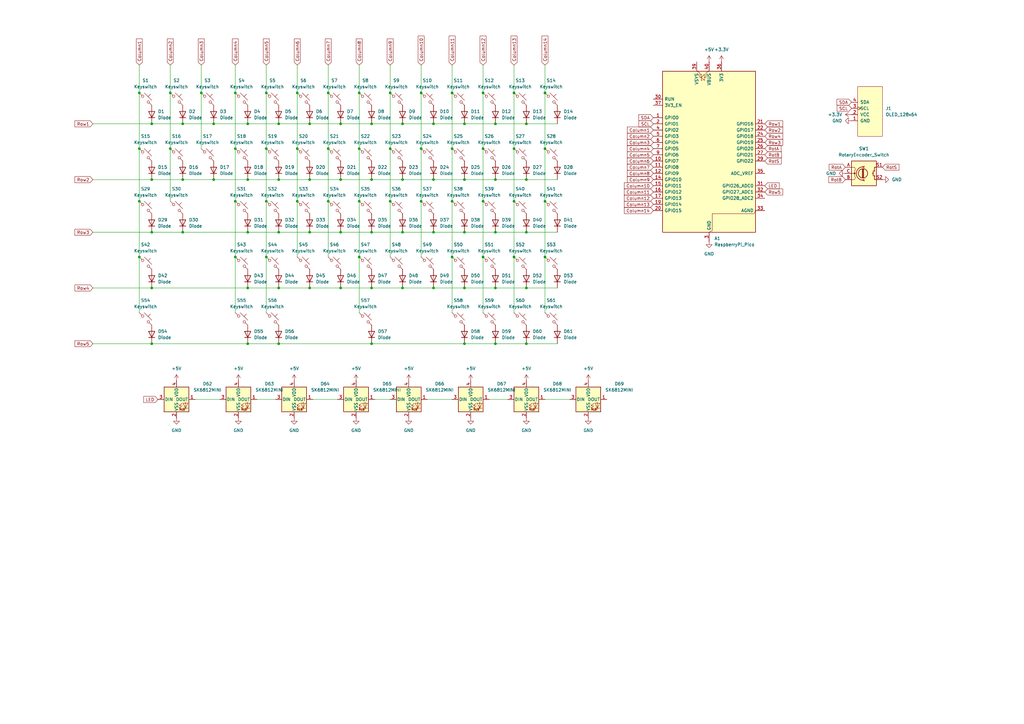
<source format=kicad_sch>
(kicad_sch (version 20250114) (generator "eeschema") (generator_version "9.0")
  (paper "A3")
  (junction (at 147.32 82.55))
  (junction (at 109.22 105.41))
  (junction (at 160.02 60.96))
  (junction (at 190.5 50.8))
  (junction (at 165.1 73.66))
  (junction (at 152.4 73.66))
  (junction (at 210.82 60.96))
  (junction (at 87.63 73.66))
  (junction (at 114.3 50.8))
  (junction (at 190.5 95.25))
  (junction (at 198.12 38.1))
  (junction (at 147.32 60.96))
  (junction (at 57.15 105.41))
  (junction (at 62.23 118.11))
  (junction (at 101.6 140.97))
  (junction (at 177.8 73.66))
  (junction (at 101.6 95.25))
  (junction (at 147.32 105.41))
  (junction (at 223.52 82.55))
  (junction (at 139.7 95.25))
  (junction (at 62.23 140.97))
  (junction (at 185.42 82.55))
  (junction (at 152.4 50.8))
  (junction (at 203.2 73.66))
  (junction (at 152.4 118.11))
  (junction (at 147.32 38.1))
  (junction (at 190.5 118.11))
  (junction (at 101.6 118.11))
  (junction (at 160.02 38.1))
  (junction (at 57.15 82.55))
  (junction (at 96.52 38.1))
  (junction (at 203.2 140.97))
  (junction (at 165.1 95.25))
  (junction (at 160.02 82.55))
  (junction (at 203.2 50.8))
  (junction (at 109.22 38.1))
  (junction (at 198.12 82.55))
  (junction (at 82.55 38.1))
  (junction (at 152.4 95.25))
  (junction (at 87.63 50.8))
  (junction (at 127 118.11))
  (junction (at 190.5 140.97))
  (junction (at 165.1 118.11))
  (junction (at 198.12 105.41))
  (junction (at 74.93 73.66))
  (junction (at 223.52 105.41))
  (junction (at 210.82 82.55))
  (junction (at 215.9 118.11))
  (junction (at 114.3 95.25))
  (junction (at 172.72 38.1))
  (junction (at 185.42 38.1))
  (junction (at 177.8 118.11))
  (junction (at 165.1 50.8))
  (junction (at 109.22 82.55))
  (junction (at 223.52 60.96))
  (junction (at 139.7 50.8))
  (junction (at 198.12 60.96))
  (junction (at 109.22 60.96))
  (junction (at 96.52 60.96))
  (junction (at 101.6 50.8))
  (junction (at 74.93 95.25))
  (junction (at 210.82 105.41))
  (junction (at 203.2 118.11))
  (junction (at 177.8 95.25))
  (junction (at 114.3 118.11))
  (junction (at 152.4 140.97))
  (junction (at 215.9 140.97))
  (junction (at 127 95.25))
  (junction (at 223.52 38.1))
  (junction (at 134.62 38.1))
  (junction (at 57.15 60.96))
  (junction (at 57.15 38.1))
  (junction (at 215.9 95.25))
  (junction (at 172.72 82.55))
  (junction (at 69.85 60.96))
  (junction (at 190.5 73.66))
  (junction (at 134.62 82.55))
  (junction (at 96.52 82.55))
  (junction (at 121.92 82.55))
  (junction (at 62.23 50.8))
  (junction (at 185.42 60.96))
  (junction (at 62.23 73.66))
  (junction (at 127 73.66))
  (junction (at 139.7 73.66))
  (junction (at 121.92 60.96))
  (junction (at 69.85 38.1))
  (junction (at 172.72 60.96))
  (junction (at 74.93 50.8))
  (junction (at 134.62 60.96))
  (junction (at 96.52 105.41))
  (junction (at 114.3 73.66))
  (junction (at 215.9 73.66))
  (junction (at 139.7 118.11))
  (junction (at 114.3 140.97))
  (junction (at 127 50.8))
  (junction (at 121.92 38.1))
  (junction (at 210.82 38.1))
  (junction (at 101.6 73.66))
  (junction (at 177.8 50.8))
  (junction (at 185.42 105.41))
  (junction (at 62.23 95.25))
  (junction (at 215.9 50.8))
  (junction (at 203.2 95.25))
  (wire (pts (xy 190.5 118.11) (xy 203.2 118.11)))
  (wire (pts (xy 198.12 105.41) (xy 198.12 128.27)))
  (wire (pts (xy 109.22 105.41) (xy 109.22 128.27)))
  (wire (pts (xy 185.42 60.96) (xy 185.42 82.55)))
  (wire (pts (xy 74.93 73.66) (xy 87.63 73.66)))
  (wire (pts (xy 153.67 163.83) (xy 160.02 163.83)))
  (wire (pts (xy 57.15 38.1) (xy 57.15 60.96)))
  (wire (pts (xy 160.02 60.96) (xy 160.02 82.55)))
  (wire (pts (xy 215.9 118.11) (xy 228.6 118.11)))
  (wire (pts (xy 74.93 50.8) (xy 87.63 50.8)))
  (wire (pts (xy 82.55 38.1) (xy 82.55 60.96)))
  (wire (pts (xy 172.72 26.67) (xy 172.72 38.1)))
  (wire (pts (xy 172.72 82.55) (xy 172.72 105.41)))
  (wire (pts (xy 160.02 82.55) (xy 160.02 105.41)))
  (wire (pts (xy 38.1 140.97) (xy 62.23 140.97)))
  (wire (pts (xy 185.42 38.1) (xy 185.42 60.96)))
  (wire (pts (xy 121.92 60.96) (xy 121.92 82.55)))
  (wire (pts (xy 147.32 105.41) (xy 147.32 128.27)))
  (wire (pts (xy 165.1 95.25) (xy 177.8 95.25)))
  (wire (pts (xy 109.22 60.96) (xy 109.22 82.55)))
  (wire (pts (xy 210.82 26.67) (xy 210.82 38.1)))
  (wire (pts (xy 134.62 60.96) (xy 134.62 82.55)))
  (wire (pts (xy 114.3 73.66) (xy 127 73.66)))
  (wire (pts (xy 114.3 95.25) (xy 127 95.25)))
  (wire (pts (xy 57.15 82.55) (xy 57.15 105.41)))
  (wire (pts (xy 165.1 118.11) (xy 177.8 118.11)))
  (wire (pts (xy 114.3 50.8) (xy 127 50.8)))
  (wire (pts (xy 57.15 60.96) (xy 57.15 82.55)))
  (wire (pts (xy 185.42 26.67) (xy 185.42 38.1)))
  (wire (pts (xy 121.92 82.55) (xy 121.92 105.41)))
  (wire (pts (xy 210.82 82.55) (xy 210.82 105.41)))
  (wire (pts (xy 62.23 140.97) (xy 101.6 140.97)))
  (wire (pts (xy 96.52 26.67) (xy 96.52 38.1)))
  (wire (pts (xy 134.62 38.1) (xy 134.62 60.96)))
  (wire (pts (xy 101.6 50.8) (xy 114.3 50.8)))
  (wire (pts (xy 175.26 163.83) (xy 185.42 163.83)))
  (wire (pts (xy 160.02 38.1) (xy 160.02 60.96)))
  (wire (pts (xy 215.9 73.66) (xy 228.6 73.66)))
  (wire (pts (xy 172.72 38.1) (xy 172.72 60.96)))
  (wire (pts (xy 69.85 38.1) (xy 69.85 60.96)))
  (wire (pts (xy 190.5 73.66) (xy 203.2 73.66)))
  (wire (pts (xy 134.62 26.67) (xy 134.62 38.1)))
  (wire (pts (xy 139.7 73.66) (xy 152.4 73.66)))
  (wire (pts (xy 38.1 95.25) (xy 62.23 95.25)))
  (wire (pts (xy 96.52 105.41) (xy 96.52 128.27)))
  (wire (pts (xy 96.52 60.96) (xy 96.52 82.55)))
  (wire (pts (xy 62.23 73.66) (xy 74.93 73.66)))
  (wire (pts (xy 38.1 73.66) (xy 62.23 73.66)))
  (wire (pts (xy 152.4 95.25) (xy 165.1 95.25)))
  (wire (pts (xy 223.52 60.96) (xy 223.52 82.55)))
  (wire (pts (xy 215.9 50.8) (xy 228.6 50.8)))
  (wire (pts (xy 127 95.25) (xy 139.7 95.25)))
  (wire (pts (xy 82.55 26.67) (xy 82.55 38.1)))
  (wire (pts (xy 177.8 50.8) (xy 190.5 50.8)))
  (wire (pts (xy 109.22 26.67) (xy 109.22 38.1)))
  (wire (pts (xy 62.23 118.11) (xy 101.6 118.11)))
  (wire (pts (xy 203.2 118.11) (xy 215.9 118.11)))
  (wire (pts (xy 109.22 82.55) (xy 109.22 105.41)))
  (wire (pts (xy 74.93 95.25) (xy 101.6 95.25)))
  (wire (pts (xy 114.3 140.97) (xy 152.4 140.97)))
  (wire (pts (xy 121.92 26.67) (xy 121.92 38.1)))
  (wire (pts (xy 215.9 140.97) (xy 228.6 140.97)))
  (wire (pts (xy 62.23 95.25) (xy 74.93 95.25)))
  (wire (pts (xy 114.3 118.11) (xy 127 118.11)))
  (wire (pts (xy 134.62 82.55) (xy 134.62 105.41)))
  (wire (pts (xy 128.27 163.83) (xy 138.43 163.83)))
  (wire (pts (xy 223.52 26.67) (xy 223.52 38.1)))
  (wire (pts (xy 139.7 118.11) (xy 152.4 118.11)))
  (wire (pts (xy 210.82 105.41) (xy 210.82 128.27)))
  (wire (pts (xy 200.66 163.83) (xy 208.28 163.83)))
  (wire (pts (xy 223.52 82.55) (xy 223.52 105.41)))
  (wire (pts (xy 147.32 60.96) (xy 147.32 82.55)))
  (wire (pts (xy 190.5 95.25) (xy 203.2 95.25)))
  (wire (pts (xy 185.42 105.41) (xy 185.42 128.27)))
  (wire (pts (xy 109.22 38.1) (xy 109.22 60.96)))
  (wire (pts (xy 80.01 163.83) (xy 90.17 163.83)))
  (wire (pts (xy 198.12 60.96) (xy 198.12 82.55)))
  (wire (pts (xy 127 50.8) (xy 139.7 50.8)))
  (wire (pts (xy 223.52 163.83) (xy 233.68 163.83)))
  (wire (pts (xy 147.32 38.1) (xy 147.32 60.96)))
  (wire (pts (xy 127 118.11) (xy 139.7 118.11)))
  (wire (pts (xy 210.82 60.96) (xy 210.82 82.55)))
  (wire (pts (xy 96.52 82.55) (xy 96.52 105.41)))
  (wire (pts (xy 215.9 95.25) (xy 228.6 95.25)))
  (wire (pts (xy 210.82 38.1) (xy 210.82 60.96)))
  (wire (pts (xy 223.52 105.41) (xy 223.52 128.27)))
  (wire (pts (xy 203.2 73.66) (xy 215.9 73.66)))
  (wire (pts (xy 139.7 50.8) (xy 152.4 50.8)))
  (wire (pts (xy 177.8 118.11) (xy 190.5 118.11)))
  (wire (pts (xy 177.8 73.66) (xy 190.5 73.66)))
  (wire (pts (xy 69.85 60.96) (xy 69.85 82.55)))
  (wire (pts (xy 127 73.66) (xy 139.7 73.66)))
  (wire (pts (xy 223.52 38.1) (xy 223.52 60.96)))
  (wire (pts (xy 87.63 50.8) (xy 101.6 50.8)))
  (wire (pts (xy 198.12 26.67) (xy 198.12 38.1)))
  (wire (pts (xy 101.6 118.11) (xy 114.3 118.11)))
  (wire (pts (xy 203.2 50.8) (xy 215.9 50.8)))
  (wire (pts (xy 160.02 26.67) (xy 160.02 38.1)))
  (wire (pts (xy 96.52 38.1) (xy 96.52 60.96)))
  (wire (pts (xy 198.12 82.55) (xy 198.12 105.41)))
  (wire (pts (xy 139.7 95.25) (xy 152.4 95.25)))
  (wire (pts (xy 38.1 50.8) (xy 62.23 50.8)))
  (wire (pts (xy 101.6 73.66) (xy 114.3 73.66)))
  (wire (pts (xy 57.15 26.67) (xy 57.15 38.1)))
  (wire (pts (xy 101.6 95.25) (xy 114.3 95.25)))
  (wire (pts (xy 147.32 26.67) (xy 147.32 38.1)))
  (wire (pts (xy 152.4 50.8) (xy 165.1 50.8)))
  (wire (pts (xy 105.41 163.83) (xy 113.03 163.83)))
  (wire (pts (xy 152.4 118.11) (xy 165.1 118.11)))
  (wire (pts (xy 87.63 73.66) (xy 101.6 73.66)))
  (wire (pts (xy 203.2 95.25) (xy 215.9 95.25)))
  (wire (pts (xy 177.8 95.25) (xy 190.5 95.25)))
  (wire (pts (xy 198.12 38.1) (xy 198.12 60.96)))
  (wire (pts (xy 203.2 140.97) (xy 215.9 140.97)))
  (wire (pts (xy 190.5 140.97) (xy 203.2 140.97)))
  (wire (pts (xy 172.72 60.96) (xy 172.72 82.55)))
  (wire (pts (xy 152.4 73.66) (xy 165.1 73.66)))
  (wire (pts (xy 185.42 82.55) (xy 185.42 105.41)))
  (wire (pts (xy 38.1 118.11) (xy 62.23 118.11)))
  (wire (pts (xy 190.5 50.8) (xy 203.2 50.8)))
  (wire (pts (xy 165.1 73.66) (xy 177.8 73.66)))
  (wire (pts (xy 101.6 140.97) (xy 114.3 140.97)))
  (wire (pts (xy 152.4 140.97) (xy 190.5 140.97)))
  (wire (pts (xy 69.85 26.67) (xy 69.85 38.1)))
  (wire (pts (xy 121.92 38.1) (xy 121.92 60.96)))
  (wire (pts (xy 165.1 50.8) (xy 177.8 50.8)))
  (wire (pts (xy 62.23 50.8) (xy 74.93 50.8)))
  (wire (pts (xy 147.32 82.55) (xy 147.32 105.41)))
  (wire (pts (xy 57.15 105.41) (xy 57.15 128.27)))
  (global_label "Row2" (shape input) (at 313.69 53.34 0) (property "Intersheetrefs" "${INTERSHEET_REFS}" (effects (hide yes))))
  (global_label "Row3" (shape input) (at 38.1 95.25 180) (property "Intersheetrefs" "${INTERSHEET_REFS}" (effects (hide yes))))
  (global_label "Column5" (shape input) (at 267.97 63.5 180) (property "Intersheetrefs" "${INTERSHEET_REFS}" (effects (hide yes))))
  (global_label "Column5" (shape input) (at 109.22 26.67 90) (property "Intersheetrefs" "${INTERSHEET_REFS}" (effects (hide yes))))
  (global_label "Column1" (shape input) (at 267.97 53.34 180) (property "Intersheetrefs" "${INTERSHEET_REFS}" (effects (hide yes))))
  (global_label "Column14" (shape input) (at 223.52 26.67 90) (property "Intersheetrefs" "${INTERSHEET_REFS}" (effects (hide yes))))
  (global_label "Column13" (shape input) (at 210.82 26.67 90) (property "Intersheetrefs" "${INTERSHEET_REFS}" (effects (hide yes))))
  (global_label "LED" (shape input) (at 313.69 76.2 0) (property "Intersheetrefs" "${INTERSHEET_REFS}" (effects (hide yes))))
  (global_label "LED" (shape input) (at 64.77 163.83 180) (property "Intersheetrefs" "${INTERSHEET_REFS}" (effects (hide yes))))
  (global_label "Row5" (shape input) (at 38.1 140.97 180) (property "Intersheetrefs" "${INTERSHEET_REFS}" (effects (hide yes))))
  (global_label "SCL" (shape input) (at 267.97 50.8 180) (property "Intersheetrefs" "${INTERSHEET_REFS}" (effects (hide yes))))
  (global_label "Column6" (shape input) (at 121.92 26.67 90) (property "Intersheetrefs" "${INTERSHEET_REFS}" (effects (hide yes))))
  (global_label "Column6" (shape input) (at 267.97 66.04 180) (property "Intersheetrefs" "${INTERSHEET_REFS}" (effects (hide yes))))
  (global_label "RotA" (shape input) (at 346.71 68.58 180) (property "Intersheetrefs" "${INTERSHEET_REFS}" (effects (hide yes))))
  (global_label "Column4" (shape input) (at 96.52 26.67 90) (property "Intersheetrefs" "${INTERSHEET_REFS}" (effects (hide yes))))
  (global_label "Column8" (shape input) (at 147.32 26.67 90) (property "Intersheetrefs" "${INTERSHEET_REFS}" (effects (hide yes))))
  (global_label "Column8" (shape input) (at 267.97 71.12 180) (property "Intersheetrefs" "${INTERSHEET_REFS}" (effects (hide yes))))
  (global_label "Row1" (shape input) (at 313.69 50.8 0) (property "Intersheetrefs" "${INTERSHEET_REFS}" (effects (hide yes))))
  (global_label "Column2" (shape input) (at 267.97 55.88 180) (property "Intersheetrefs" "${INTERSHEET_REFS}" (effects (hide yes))))
  (global_label "RotB" (shape input) (at 313.69 63.5 0) (property "Intersheetrefs" "${INTERSHEET_REFS}" (effects (hide yes))))
  (global_label "Column7" (shape input) (at 134.62 26.67 90) (property "Intersheetrefs" "${INTERSHEET_REFS}" (effects (hide yes))))
  (global_label "Column10" (shape input) (at 172.72 26.67 90) (property "Intersheetrefs" "${INTERSHEET_REFS}" (effects (hide yes))))
  (global_label "Column9" (shape input) (at 267.97 73.66 180) (property "Intersheetrefs" "${INTERSHEET_REFS}" (effects (hide yes))))
  (global_label "Column11" (shape input) (at 185.42 26.67 90) (property "Intersheetrefs" "${INTERSHEET_REFS}" (effects (hide yes))))
  (global_label "SDA" (shape input) (at 267.97 48.26 180) (property "Intersheetrefs" "${INTERSHEET_REFS}" (effects (hide yes))))
  (global_label "Column4" (shape input) (at 267.97 60.96 180) (property "Intersheetrefs" "${INTERSHEET_REFS}" (effects (hide yes))))
  (global_label "RotS" (shape input) (at 313.69 66.04 0) (property "Intersheetrefs" "${INTERSHEET_REFS}" (effects (hide yes))))
  (global_label "Row3" (shape input) (at 313.69 58.42 0) (property "Intersheetrefs" "${INTERSHEET_REFS}" (effects (hide yes))))
  (global_label "Row4" (shape input) (at 38.1 118.11 180) (property "Intersheetrefs" "${INTERSHEET_REFS}" (effects (hide yes))))
  (global_label "Column9" (shape input) (at 160.02 26.67 90) (property "Intersheetrefs" "${INTERSHEET_REFS}" (effects (hide yes))))
  (global_label "Column3" (shape input) (at 82.55 26.67 90) (property "Intersheetrefs" "${INTERSHEET_REFS}" (effects (hide yes))))
  (global_label "Column12" (shape input) (at 198.12 26.67 90) (property "Intersheetrefs" "${INTERSHEET_REFS}" (effects (hide yes))))
  (global_label "Row5" (shape input) (at 313.69 78.74 0) (property "Intersheetrefs" "${INTERSHEET_REFS}" (effects (hide yes))))
  (global_label "SCL" (shape input) (at 349.25 44.45 180) (property "Intersheetrefs" "${INTERSHEET_REFS}" (effects (hide yes))))
  (global_label "Row2" (shape input) (at 38.1 73.66 180) (property "Intersheetrefs" "${INTERSHEET_REFS}" (effects (hide yes))))
  (global_label "Column2" (shape input) (at 69.85 26.67 90) (property "Intersheetrefs" "${INTERSHEET_REFS}" (effects (hide yes))))
  (global_label "Column10" (shape input) (at 267.97 76.2 180) (property "Intersheetrefs" "${INTERSHEET_REFS}" (effects (hide yes))))
  (global_label "Row1" (shape input) (at 38.1 50.8 180) (property "Intersheetrefs" "${INTERSHEET_REFS}" (effects (hide yes))))
  (global_label "RotA" (shape input) (at 313.69 60.96 0) (property "Intersheetrefs" "${INTERSHEET_REFS}" (effects (hide yes))))
  (global_label "Column14" (shape input) (at 267.97 86.36 180) (property "Intersheetrefs" "${INTERSHEET_REFS}" (effects (hide yes))))
  (global_label "Column3" (shape input) (at 267.97 58.42 180) (property "Intersheetrefs" "${INTERSHEET_REFS}" (effects (hide yes))))
  (global_label "RotB" (shape input) (at 346.71 73.66 180) (property "Intersheetrefs" "${INTERSHEET_REFS}" (effects (hide yes))))
  (global_label "SDA" (shape input) (at 349.25 41.91 180) (property "Intersheetrefs" "${INTERSHEET_REFS}" (effects (hide yes))))
  (global_label "Column1" (shape input) (at 57.15 26.67 90) (property "Intersheetrefs" "${INTERSHEET_REFS}" (effects (hide yes))))
  (global_label "Column13" (shape input) (at 267.97 83.82 180) (property "Intersheetrefs" "${INTERSHEET_REFS}" (effects (hide yes))))
  (global_label "Column11" (shape input) (at 267.97 78.74 180) (property "Intersheetrefs" "${INTERSHEET_REFS}" (effects (hide yes))))
  (global_label "Column12" (shape input) (at 267.97 81.28 180) (property "Intersheetrefs" "${INTERSHEET_REFS}" (effects (hide yes))))
  (global_label "Column7" (shape input) (at 267.97 68.58 180) (property "Intersheetrefs" "${INTERSHEET_REFS}" (effects (hide yes))))
  (global_label "Row4" (shape input) (at 313.69 55.88 0) (property "Intersheetrefs" "${INTERSHEET_REFS}" (effects (hide yes))))
  (global_label "RotS" (shape input) (at 361.95 68.58 0) (property "Intersheetrefs" "${INTERSHEET_REFS}" (effects (hide yes))))
  (symbol (lib_id "SCOTTO:Placeholder_Diode") (at 127 114.3 90) (unit 1)
    (property "Reference" "D45" (at 129.54 113.0299 90) (effects (justify right)))
    (property "Value" "Diode" (at 129.54 115.5699 90) (effects (justify right)))
    (property "Footprint" "SCOTTOCOMPONENTS:Diode_DO-35" (effects (hide yes)))
    (property "Description" "1N4148 (DO-35) or 1N4148W (SOD-123)" (effects (hide yes)))
    (property "Sim.Device" "D" (effects (hide yes)))
    (property "Sim.Pins" "1=K 2=A" (effects (hide yes)))
  )
  (symbol (lib_id "SCOTTO:Placeholder_Diode") (at 114.3 46.99 90) (unit 1)
    (property "Reference" "D5" (at 116.84 45.7199 90) (effects (justify right)))
    (property "Value" "Diode" (at 116.84 48.2599 90) (effects (justify right)))
    (property "Footprint" "SCOTTOCOMPONENTS:Diode_DO-35" (effects (hide yes)))
    (property "Description" "1N4148 (DO-35) or 1N4148W (SOD-123)" (effects (hide yes)))
    (property "Sim.Device" "D" (effects (hide yes)))
    (property "Sim.Pins" "1=K 2=A" (effects (hide yes)))
  )
  (symbol (lib_id "SCOTTO:Placeholder_Keyswitch") (at 99.06 130.81 0) (unit 1)
    (property "Reference" "S55" (at 99.06 123.19 0))
    (property "Value" "Keyswitch" (at 99.06 125.73 0))
    (property "Footprint" "SCOTTOMX:MX_PCB_1.25u" (effects (hide yes)))
    (property "Description" "Push button switch, normally open, two pins, 45° tilted" (effects (hide yes)))
  )
  (symbol (lib_id "SCOTTO:Placeholder_Keyswitch") (at 200.66 130.81 0) (unit 1)
    (property "Reference" "S59" (at 200.66 123.19 0))
    (property "Value" "Keyswitch" (at 200.66 125.73 0))
    (property "Footprint" "SCOTTOMX:MX_PCB_1.25u" (effects (hide yes)))
    (property "Description" "Push button switch, normally open, two pins, 45° tilted" (effects (hide yes)))
  )
  (symbol (lib_id "SCOTTO:Placeholder_Keyswitch") (at 59.69 40.64 0) (unit 1)
    (property "Reference" "S1" (at 59.69 33.02 0))
    (property "Value" "Keyswitch" (at 59.69 35.56 0))
    (property "Footprint" "SCOTTOMX:MX_PCB_1.00u" (effects (hide yes)))
    (property "Description" "Push button switch, normally open, two pins, 45° tilted" (effects (hide yes)))
  )
  (symbol (lib_id "LED:SK6812MINI") (at 215.9 163.83 0) (unit 1)
    (property "Reference" "D68" (at 228.6 157.4098 0))
    (property "Value" "SK6812MINI" (at 228.6 159.9498 0))
    (property "Footprint" "LED_SMD:LED_SK6812MINI_PLCC4_3.5x3.5mm_P1.75mm" (effects (hide yes)))
    (property "Datasheet" "https://cdn-shop.adafruit.com/product-files/2686/SK6812MINI_REV.01-1-2.pdf" (effects (hide yes)))
    (property "Description" "RGB LED with integrated controller" (effects (hide yes)))
  )
  (symbol (lib_id "SCOTTO:Placeholder_Keyswitch") (at 226.06 85.09 0) (unit 1)
    (property "Reference" "S41" (at 226.06 77.47 0))
    (property "Value" "Keyswitch" (at 226.06 80.01 0))
    (property "Footprint" "SCOTTOMX:MX_PCB_2.25u" (effects (hide yes)))
    (property "Description" "Push button switch, normally open, two pins, 45° tilted" (effects (hide yes)))
  )
  (symbol (lib_id "SCOTTO:Placeholder_Keyswitch") (at 59.69 85.09 0) (unit 1)
    (property "Reference" "S29" (at 59.69 77.47 0))
    (property "Value" "Keyswitch" (at 59.69 80.01 0))
    (property "Footprint" "SCOTTOMX:MX_PCB_1.75u" (effects (hide yes)))
    (property "Description" "Push button switch, normally open, two pins, 45° tilted" (effects (hide yes)))
  )
  (symbol (lib_id "SCOTTO:Placeholder_Keyswitch") (at 200.66 40.64 0) (unit 1)
    (property "Reference" "S12" (at 200.66 33.02 0))
    (property "Value" "Keyswitch" (at 200.66 35.56 0))
    (property "Footprint" "SCOTTOMX:MX_PCB_1.00u" (effects (hide yes)))
    (property "Description" "Push button switch, normally open, two pins, 45° tilted" (effects (hide yes)))
  )
  (symbol (lib_id "SCOTTO:Placeholder_Diode") (at 228.6 46.99 90) (unit 1)
    (property "Reference" "D14" (at 231.14 45.7199 90) (effects (justify right)))
    (property "Value" "Diode" (at 231.14 48.2599 90) (effects (justify right)))
    (property "Footprint" "SCOTTOCOMPONENTS:Diode_DO-35" (effects (hide yes)))
    (property "Description" "1N4148 (DO-35) or 1N4148W (SOD-123)" (effects (hide yes)))
    (property "Sim.Device" "D" (effects (hide yes)))
    (property "Sim.Pins" "1=K 2=A" (effects (hide yes)))
  )
  (symbol (lib_id "power:+5V") (at 146.05 156.21 0) (unit 1)
    (property "Reference" "#PWR013" (effects (hide yes)))
    (property "Value" "+5V" (at 146.05 151.13 0))
    (property "Description" "Power symbol creates a global label with name \"+5V\"" (effects (hide yes)))
  )
  (symbol (lib_id "SCOTTO:Placeholder_Diode") (at 203.2 46.99 90) (unit 1)
    (property "Reference" "D12" (at 205.74 45.7199 90) (effects (justify right)))
    (property "Value" "Diode" (at 205.74 48.2599 90) (effects (justify right)))
    (property "Footprint" "SCOTTOCOMPONENTS:Diode_DO-35" (effects (hide yes)))
    (property "Description" "1N4148 (DO-35) or 1N4148W (SOD-123)" (effects (hide yes)))
    (property "Sim.Device" "D" (effects (hide yes)))
    (property "Sim.Pins" "1=K 2=A" (effects (hide yes)))
  )
  (symbol (lib_id "SCOTTO:Placeholder_Diode") (at 87.63 69.85 90) (unit 1)
    (property "Reference" "D17" (at 90.17 68.5799 90) (effects (justify right)))
    (property "Value" "Diode" (at 90.17 71.1199 90) (effects (justify right)))
    (property "Footprint" "SCOTTOCOMPONENTS:Diode_DO-35" (effects (hide yes)))
    (property "Description" "1N4148 (DO-35) or 1N4148W (SOD-123)" (effects (hide yes)))
    (property "Sim.Device" "D" (effects (hide yes)))
    (property "Sim.Pins" "1=K 2=A" (effects (hide yes)))
  )
  (symbol (lib_id "SCOTTO:Placeholder_Keyswitch") (at 124.46 40.64 0) (unit 1)
    (property "Reference" "S6" (at 124.46 33.02 0))
    (property "Value" "Keyswitch" (at 124.46 35.56 0))
    (property "Footprint" "SCOTTOMX:MX_PCB_1.00u" (effects (hide yes)))
    (property "Description" "Push button switch, normally open, two pins, 45° tilted" (effects (hide yes)))
  )
  (symbol (lib_id "SCOTTO:Placeholder_Keyswitch") (at 99.06 107.95 0) (unit 1)
    (property "Reference" "S43" (at 99.06 100.33 0))
    (property "Value" "Keyswitch" (at 99.06 102.87 0))
    (property "Footprint" "SCOTTOMX:MX_PCB_1.00u" (effects (hide yes)))
    (property "Description" "Push button switch, normally open, two pins, 45° tilted" (effects (hide yes)))
  )
  (symbol (lib_id "SCOTTO:Placeholder_Keyswitch") (at 162.56 63.5 0) (unit 1)
    (property "Reference" "S23" (at 162.56 55.88 0))
    (property "Value" "Keyswitch" (at 162.56 58.42 0))
    (property "Footprint" "SCOTTOMX:MX_PCB_1.00u" (effects (hide yes)))
    (property "Description" "Push button switch, normally open, two pins, 45° tilted" (effects (hide yes)))
  )
  (symbol (lib_id "SCOTTO:Placeholder_Diode") (at 165.1 69.85 90) (unit 1)
    (property "Reference" "D23" (at 167.64 68.5799 90) (effects (justify right)))
    (property "Value" "Diode" (at 167.64 71.1199 90) (effects (justify right)))
    (property "Footprint" "SCOTTOCOMPONENTS:Diode_DO-35" (effects (hide yes)))
    (property "Description" "1N4148 (DO-35) or 1N4148W (SOD-123)" (effects (hide yes)))
    (property "Sim.Device" "D" (effects (hide yes)))
    (property "Sim.Pins" "1=K 2=A" (effects (hide yes)))
  )
  (symbol (lib_id "SCOTTO:Placeholder_Diode") (at 139.7 114.3 90) (unit 1)
    (property "Reference" "D46" (at 142.24 113.0299 90) (effects (justify right)))
    (property "Value" "Diode" (at 142.24 115.5699 90) (effects (justify right)))
    (property "Footprint" "SCOTTOCOMPONENTS:Diode_DO-35" (effects (hide yes)))
    (property "Description" "1N4148 (DO-35) or 1N4148W (SOD-123)" (effects (hide yes)))
    (property "Sim.Device" "D" (effects (hide yes)))
    (property "Sim.Pins" "1=K 2=A" (effects (hide yes)))
  )
  (symbol (lib_id "SCOTTO:Placeholder_Diode") (at 114.3 91.44 90) (unit 1)
    (property "Reference" "D32" (at 116.84 90.1699 90) (effects (justify right)))
    (property "Value" "Diode" (at 116.84 92.7099 90) (effects (justify right)))
    (property "Footprint" "SCOTTOCOMPONENTS:Diode_DO-35" (effects (hide yes)))
    (property "Description" "1N4148 (DO-35) or 1N4148W (SOD-123)" (effects (hide yes)))
    (property "Sim.Device" "D" (effects (hide yes)))
    (property "Sim.Pins" "1=K 2=A" (effects (hide yes)))
  )
  (symbol (lib_id "SCOTTO:Placeholder_Keyswitch") (at 149.86 130.81 0) (unit 1)
    (property "Reference" "S57" (at 149.86 123.19 0))
    (property "Value" "Keyswitch" (at 149.86 125.73 0))
    (property "Footprint" "SCOTTOMX:MX_PCB_6.25u" (effects (hide yes)))
    (property "Description" "Push button switch, normally open, two pins, 45° tilted" (effects (hide yes)))
  )
  (symbol (lib_id "SCOTTO:Placeholder_Keyswitch") (at 187.96 63.5 0) (unit 1)
    (property "Reference" "S25" (at 187.96 55.88 0))
    (property "Value" "Keyswitch" (at 187.96 58.42 0))
    (property "Footprint" "SCOTTOMX:MX_PCB_1.00u" (effects (hide yes)))
    (property "Description" "Push button switch, normally open, two pins, 45° tilted" (effects (hide yes)))
  )
  (symbol (lib_id "SCOTTO:Placeholder_Diode") (at 114.3 69.85 90) (unit 1)
    (property "Reference" "D19" (at 116.84 68.5799 90) (effects (justify right)))
    (property "Value" "Diode" (at 116.84 71.1199 90) (effects (justify right)))
    (property "Footprint" "SCOTTOCOMPONENTS:Diode_DO-35" (effects (hide yes)))
    (property "Description" "1N4148 (DO-35) or 1N4148W (SOD-123)" (effects (hide yes)))
    (property "Sim.Device" "D" (effects (hide yes)))
    (property "Sim.Pins" "1=K 2=A" (effects (hide yes)))
  )
  (symbol (lib_id "SCOTTO:Placeholder_Diode") (at 203.2 91.44 90) (unit 1)
    (property "Reference" "D39" (at 205.74 90.1699 90) (effects (justify right)))
    (property "Value" "Diode" (at 205.74 92.7099 90) (effects (justify right)))
    (property "Footprint" "SCOTTOCOMPONENTS:Diode_DO-35" (effects (hide yes)))
    (property "Description" "1N4148 (DO-35) or 1N4148W (SOD-123)" (effects (hide yes)))
    (property "Sim.Device" "D" (effects (hide yes)))
    (property "Sim.Pins" "1=K 2=A" (effects (hide yes)))
  )
  (symbol (lib_id "SCOTTO:Placeholder_Diode") (at 215.9 137.16 90) (unit 1)
    (property "Reference" "D60" (at 218.44 135.8899 90) (effects (justify right)))
    (property "Value" "Diode" (at 218.44 138.4299 90) (effects (justify right)))
    (property "Footprint" "SCOTTOCOMPONENTS:Diode_DO-35" (effects (hide yes)))
    (property "Description" "1N4148 (DO-35) or 1N4148W (SOD-123)" (effects (hide yes)))
    (property "Sim.Device" "D" (effects (hide yes)))
    (property "Sim.Pins" "1=K 2=A" (effects (hide yes)))
  )
  (symbol (lib_id "SCOTTO:Placeholder_Keyswitch") (at 175.26 63.5 0) (unit 1)
    (property "Reference" "S24" (at 175.26 55.88 0))
    (property "Value" "Keyswitch" (at 175.26 58.42 0))
    (property "Footprint" "SCOTTOMX:MX_PCB_1.00u" (effects (hide yes)))
    (property "Description" "Push button switch, normally open, two pins, 45° tilted" (effects (hide yes)))
  )
  (symbol (lib_id "SCOTTO:Placeholder_Keyswitch") (at 111.76 63.5 0) (unit 1)
    (property "Reference" "S19" (at 111.76 55.88 0))
    (property "Value" "Keyswitch" (at 111.76 58.42 0))
    (property "Footprint" "SCOTTOMX:MX_PCB_1.00u" (effects (hide yes)))
    (property "Description" "Push button switch, normally open, two pins, 45° tilted" (effects (hide yes)))
  )
  (symbol (lib_id "Device:RotaryEncoder_Switch") (at 354.33 71.12 0) (unit 1)
    (property "Reference" "SW1" (at 354.33 60.96 0))
    (property "Value" "RotaryEncoder_Switch" (at 354.33 63.5 0))
    (property "Footprint" "Rotary_Encoder:RotaryEncoder_Alps_EC11E-Switch_Vertical_H20mm" (effects (hide yes)))
    (property "Description" "Rotary encoder, dual channel, incremental quadrate outputs, with switch" (effects (hide yes)))
  )
  (symbol (lib_id "SCOTTO:Placeholder_Diode") (at 203.2 69.85 90) (unit 1)
    (property "Reference" "D26" (at 205.74 68.5799 90) (effects (justify right)))
    (property "Value" "Diode" (at 205.74 71.1199 90) (effects (justify right)))
    (property "Footprint" "SCOTTOCOMPONENTS:Diode_DO-35" (effects (hide yes)))
    (property "Description" "1N4148 (DO-35) or 1N4148W (SOD-123)" (effects (hide yes)))
    (property "Sim.Device" "D" (effects (hide yes)))
    (property "Sim.Pins" "1=K 2=A" (effects (hide yes)))
  )
  (symbol (lib_id "SCOTTO:Placeholder_Diode") (at 203.2 137.16 90) (unit 1)
    (property "Reference" "D59" (at 205.74 135.8899 90) (effects (justify right)))
    (property "Value" "Diode" (at 205.74 138.4299 90) (effects (justify right)))
    (property "Footprint" "SCOTTOCOMPONENTS:Diode_DO-35" (effects (hide yes)))
    (property "Description" "1N4148 (DO-35) or 1N4148W (SOD-123)" (effects (hide yes)))
    (property "Sim.Device" "D" (effects (hide yes)))
    (property "Sim.Pins" "1=K 2=A" (effects (hide yes)))
  )
  (symbol (lib_id "SCOTTO:Placeholder_Keyswitch") (at 187.96 85.09 0) (unit 1)
    (property "Reference" "S38" (at 187.96 77.47 0))
    (property "Value" "Keyswitch" (at 187.96 80.01 0))
    (property "Footprint" "SCOTTOMX:MX_PCB_1.00u" (effects (hide yes)))
    (property "Description" "Push button switch, normally open, two pins, 45° tilted" (effects (hide yes)))
  )
  (symbol (lib_id "SCOTTO:Placeholder_Diode") (at 190.5 137.16 90) (unit 1)
    (property "Reference" "D58" (at 193.04 135.8899 90) (effects (justify right)))
    (property "Value" "Diode" (at 193.04 138.4299 90) (effects (justify right)))
    (property "Footprint" "SCOTTOCOMPONENTS:Diode_DO-35" (effects (hide yes)))
    (property "Description" "1N4148 (DO-35) or 1N4148W (SOD-123)" (effects (hide yes)))
    (property "Sim.Device" "D" (effects (hide yes)))
    (property "Sim.Pins" "1=K 2=A" (effects (hide yes)))
  )
  (symbol (lib_id "SCOTTO:Placeholder_Diode") (at 165.1 114.3 90) (unit 1)
    (property "Reference" "D48" (at 167.64 113.0299 90) (effects (justify right)))
    (property "Value" "Diode" (at 167.64 115.5699 90) (effects (justify right)))
    (property "Footprint" "SCOTTOCOMPONENTS:Diode_DO-35" (effects (hide yes)))
    (property "Description" "1N4148 (DO-35) or 1N4148W (SOD-123)" (effects (hide yes)))
    (property "Sim.Device" "D" (effects (hide yes)))
    (property "Sim.Pins" "1=K 2=A" (effects (hide yes)))
  )
  (symbol (lib_id "SCOTTO:Placeholder_Diode") (at 177.8 114.3 90) (unit 1)
    (property "Reference" "D49" (at 180.34 113.0299 90) (effects (justify right)))
    (property "Value" "Diode" (at 180.34 115.5699 90) (effects (justify right)))
    (property "Footprint" "SCOTTOCOMPONENTS:Diode_DO-35" (effects (hide yes)))
    (property "Description" "1N4148 (DO-35) or 1N4148W (SOD-123)" (effects (hide yes)))
    (property "Sim.Device" "D" (effects (hide yes)))
    (property "Sim.Pins" "1=K 2=A" (effects (hide yes)))
  )
  (symbol (lib_id "MCU_Module:RaspberryPi_Pico") (at 290.83 63.5 0) (unit 1)
    (property "Reference" "A1" (at 292.9733 97.79 0) (effects (justify left)))
    (property "Value" "RaspberryPi_Pico" (at 292.9733 100.33 0) (effects (justify left)))
    (property "Footprint" "Module:RaspberryPi_Pico_Common_Unspecified" (effects (hide yes)))
    (property "Datasheet" "https://datasheets.raspberrypi.com/pico/pico-datasheet.pdf" (effects (hide yes)))
    (property "Description" "Versatile and inexpensive microcontroller module powered by RP2040 dual-core Arm Cortex-M0+ processor up to 133 MHz, 264kB SRAM, 2MB QSPI flash; also supports Raspberry Pi Pico 2" (effects (hide yes)))
  )
  (symbol (lib_id "SCOTTO:Placeholder_Diode") (at 203.2 114.3 90) (unit 1)
    (property "Reference" "D51" (at 205.74 113.0299 90) (effects (justify right)))
    (property "Value" "Diode" (at 205.74 115.5699 90) (effects (justify right)))
    (property "Footprint" "SCOTTOCOMPONENTS:Diode_DO-35" (effects (hide yes)))
    (property "Description" "1N4148 (DO-35) or 1N4148W (SOD-123)" (effects (hide yes)))
    (property "Sim.Device" "D" (effects (hide yes)))
    (property "Sim.Pins" "1=K 2=A" (effects (hide yes)))
  )
  (symbol (lib_id "SCOTTO:Placeholder_Keyswitch") (at 124.46 85.09 0) (unit 1)
    (property "Reference" "S33" (at 124.46 77.47 0))
    (property "Value" "Keyswitch" (at 124.46 80.01 0))
    (property "Footprint" "SCOTTOMX:MX_PCB_1.00u" (effects (hide yes)))
    (property "Description" "Push button switch, normally open, two pins, 45° tilted" (effects (hide yes)))
  )
  (symbol (lib_id "LED:SK6812MINI") (at 72.39 163.83 0) (unit 1)
    (property "Reference" "D62" (at 85.09 157.4098 0))
    (property "Value" "SK6812MINI" (at 85.09 159.9498 0))
    (property "Footprint" "LED_SMD:LED_SK6812MINI_PLCC4_3.5x3.5mm_P1.75mm" (effects (hide yes)))
    (property "Datasheet" "https://cdn-shop.adafruit.com/product-files/2686/SK6812MINI_REV.01-1-2.pdf" (effects (hide yes)))
    (property "Description" "RGB LED with integrated controller" (effects (hide yes)))
  )
  (symbol (lib_id "power:GND") (at 215.9 171.45 0) (unit 1)
    (property "Reference" "#PWR020" (effects (hide yes)))
    (property "Value" "GND" (at 215.9 176.53 0))
    (property "Description" "Power symbol creates a global label with name \"GND\" , ground" (effects (hide yes)))
  )
  (symbol (lib_id "SCOTTO:Placeholder_Diode") (at 190.5 46.99 90) (unit 1)
    (property "Reference" "D11" (at 193.04 45.7199 90) (effects (justify right)))
    (property "Value" "Diode" (at 193.04 48.2599 90) (effects (justify right)))
    (property "Footprint" "SCOTTOCOMPONENTS:Diode_DO-35" (effects (hide yes)))
    (property "Description" "1N4148 (DO-35) or 1N4148W (SOD-123)" (effects (hide yes)))
    (property "Sim.Device" "D" (effects (hide yes)))
    (property "Sim.Pins" "1=K 2=A" (effects (hide yes)))
  )
  (symbol (lib_id "SCOTTO:Placeholder_Keyswitch") (at 162.56 40.64 0) (unit 1)
    (property "Reference" "S9" (at 162.56 33.02 0))
    (property "Value" "Keyswitch" (at 162.56 35.56 0))
    (property "Footprint" "SCOTTOMX:MX_PCB_1.00u" (effects (hide yes)))
    (property "Description" "Push button switch, normally open, two pins, 45° tilted" (effects (hide yes)))
  )
  (symbol (lib_id "SCOTTO:Placeholder_Keyswitch") (at 213.36 107.95 0) (unit 1)
    (property "Reference" "S52" (at 213.36 100.33 0))
    (property "Value" "Keyswitch" (at 213.36 102.87 0))
    (property "Footprint" "SCOTTOMX:MX_PCB_1.00u" (effects (hide yes)))
    (property "Description" "Push button switch, normally open, two pins, 45° tilted" (effects (hide yes)))
  )
  (symbol (lib_id "SCOTTO:Placeholder_Diode") (at 152.4 114.3 90) (unit 1)
    (property "Reference" "D47" (at 154.94 113.0299 90) (effects (justify right)))
    (property "Value" "Diode" (at 154.94 115.5699 90) (effects (justify right)))
    (property "Footprint" "SCOTTOCOMPONENTS:Diode_DO-35" (effects (hide yes)))
    (property "Description" "1N4148 (DO-35) or 1N4148W (SOD-123)" (effects (hide yes)))
    (property "Sim.Device" "D" (effects (hide yes)))
    (property "Sim.Pins" "1=K 2=A" (effects (hide yes)))
  )
  (symbol (lib_id "power:+5V") (at 167.64 156.21 0) (unit 1)
    (property "Reference" "#PWR015" (effects (hide yes)))
    (property "Value" "+5V" (at 167.64 151.13 0))
    (property "Description" "Power symbol creates a global label with name \"+5V\"" (effects (hide yes)))
  )
  (symbol (lib_id "SCOTTO:Placeholder_Diode") (at 74.93 46.99 90) (unit 1)
    (property "Reference" "D2" (at 77.47 45.7199 90) (effects (justify right)))
    (property "Value" "Diode" (at 77.47 48.2599 90) (effects (justify right)))
    (property "Footprint" "SCOTTOCOMPONENTS:Diode_DO-35" (effects (hide yes)))
    (property "Description" "1N4148 (DO-35) or 1N4148W (SOD-123)" (effects (hide yes)))
    (property "Sim.Device" "D" (effects (hide yes)))
    (property "Sim.Pins" "1=K 2=A" (effects (hide yes)))
  )
  (symbol (lib_id "SCOTTO:Placeholder_Diode") (at 127 69.85 90) (unit 1)
    (property "Reference" "D20" (at 129.54 68.5799 90) (effects (justify right)))
    (property "Value" "Diode" (at 129.54 71.1199 90) (effects (justify right)))
    (property "Footprint" "SCOTTOCOMPONENTS:Diode_DO-35" (effects (hide yes)))
    (property "Description" "1N4148 (DO-35) or 1N4148W (SOD-123)" (effects (hide yes)))
    (property "Sim.Device" "D" (effects (hide yes)))
    (property "Sim.Pins" "1=K 2=A" (effects (hide yes)))
  )
  (symbol (lib_id "SCOTTO:Placeholder_Diode") (at 190.5 69.85 90) (unit 1)
    (property "Reference" "D25" (at 193.04 68.5799 90) (effects (justify right)))
    (property "Value" "Diode" (at 193.04 71.1199 90) (effects (justify right)))
    (property "Footprint" "SCOTTOCOMPONENTS:Diode_DO-35" (effects (hide yes)))
    (property "Description" "1N4148 (DO-35) or 1N4148W (SOD-123)" (effects (hide yes)))
    (property "Sim.Device" "D" (effects (hide yes)))
    (property "Sim.Pins" "1=K 2=A" (effects (hide yes)))
  )
  (symbol (lib_id "SCOTTO:Placeholder_Keyswitch") (at 137.16 107.95 0) (unit 1)
    (property "Reference" "S46" (at 137.16 100.33 0))
    (property "Value" "Keyswitch" (at 137.16 102.87 0))
    (property "Footprint" "SCOTTOMX:MX_PCB_1.00u" (effects (hide yes)))
    (property "Description" "Push button switch, normally open, two pins, 45° tilted" (effects (hide yes)))
  )
  (symbol (lib_id "SCOTTO:Placeholder_Keyswitch") (at 175.26 107.95 0) (unit 1)
    (property "Reference" "S49" (at 175.26 100.33 0))
    (property "Value" "Keyswitch" (at 175.26 102.87 0))
    (property "Footprint" "SCOTTOMX:MX_PCB_1.00u" (effects (hide yes)))
    (property "Description" "Push button switch, normally open, two pins, 45° tilted" (effects (hide yes)))
  )
  (symbol (lib_id "SCOTTO:Placeholder_Keyswitch") (at 149.86 63.5 0) (unit 1)
    (property "Reference" "S22" (at 149.86 55.88 0))
    (property "Value" "Keyswitch" (at 149.86 58.42 0))
    (property "Footprint" "SCOTTOMX:MX_PCB_1.00u" (effects (hide yes)))
    (property "Description" "Push button switch, normally open, two pins, 45° tilted" (effects (hide yes)))
  )
  (symbol (lib_id "SCOTTO:Placeholder_Diode") (at 215.9 91.44 90) (unit 1)
    (property "Reference" "D40" (at 218.44 90.1699 90) (effects (justify right)))
    (property "Value" "Diode" (at 218.44 92.7099 90) (effects (justify right)))
    (property "Footprint" "SCOTTOCOMPONENTS:Diode_DO-35" (effects (hide yes)))
    (property "Description" "1N4148 (DO-35) or 1N4148W (SOD-123)" (effects (hide yes)))
    (property "Sim.Device" "D" (effects (hide yes)))
    (property "Sim.Pins" "1=K 2=A" (effects (hide yes)))
  )
  (symbol (lib_id "SCOTTO:Placeholder_Diode") (at 74.93 91.44 90) (unit 1)
    (property "Reference" "D30" (at 77.47 90.1699 90) (effects (justify right)))
    (property "Value" "Diode" (at 77.47 92.7099 90) (effects (justify right)))
    (property "Footprint" "SCOTTOCOMPONENTS:Diode_DO-35" (effects (hide yes)))
    (property "Description" "1N4148 (DO-35) or 1N4148W (SOD-123)" (effects (hide yes)))
    (property "Sim.Device" "D" (effects (hide yes)))
    (property "Sim.Pins" "1=K 2=A" (effects (hide yes)))
  )
  (symbol (lib_id "SCOTTO:Placeholder_Keyswitch") (at 213.36 40.64 0) (unit 1)
    (property "Reference" "S13" (at 213.36 33.02 0))
    (property "Value" "Keyswitch" (at 213.36 35.56 0))
    (property "Footprint" "SCOTTOMX:MX_PCB_1.00u" (effects (hide yes)))
    (property "Description" "Push button switch, normally open, two pins, 45° tilted" (effects (hide yes)))
  )
  (symbol (lib_id "power:GND") (at 241.3 171.45 0) (unit 1)
    (property "Reference" "#PWR022" (effects (hide yes)))
    (property "Value" "GND" (at 241.3 176.53 0))
    (property "Description" "Power symbol creates a global label with name \"GND\" , ground" (effects (hide yes)))
  )
  (symbol (lib_id "SCOTTO:Placeholder_Keyswitch") (at 59.69 107.95 0) (unit 1)
    (property "Reference" "S42" (at 59.69 100.33 0))
    (property "Value" "Keyswitch" (at 59.69 102.87 0))
    (property "Footprint" "SCOTTOMX:MX_PCB_2.25u" (effects (hide yes)))
    (property "Description" "Push button switch, normally open, two pins, 45° tilted" (effects (hide yes)))
  )
  (symbol (lib_id "SCOTTO:Placeholder_Keyswitch") (at 137.16 85.09 0) (unit 1)
    (property "Reference" "S34" (at 137.16 77.47 0))
    (property "Value" "Keyswitch" (at 137.16 80.01 0))
    (property "Footprint" "SCOTTOMX:MX_PCB_1.00u" (effects (hide yes)))
    (property "Description" "Push button switch, normally open, two pins, 45° tilted" (effects (hide yes)))
  )
  (symbol (lib_id "power:GND") (at 72.39 171.45 0) (unit 1)
    (property "Reference" "#PWR08" (effects (hide yes)))
    (property "Value" "GND" (at 72.39 176.53 0))
    (property "Description" "Power symbol creates a global label with name \"GND\" , ground" (effects (hide yes)))
  )
  (symbol (lib_id "power:GND") (at 346.71 71.12 270) (unit 1)
    (property "Reference" "#PWR05" (effects (hide yes)))
    (property "Value" "GND" (at 342.9 71.1199 90) (effects (justify right)))
    (property "Description" "Power symbol creates a global label with name \"GND\" , ground" (effects (hide yes)))
  )
  (symbol (lib_id "SCOTTO:Placeholder_Keyswitch") (at 72.39 40.64 0) (unit 1)
    (property "Reference" "S2" (at 72.39 33.02 0))
    (property "Value" "Keyswitch" (at 72.39 35.56 0))
    (property "Footprint" "SCOTTOMX:MX_PCB_1.00u" (effects (hide yes)))
    (property "Description" "Push button switch, normally open, two pins, 45° tilted" (effects (hide yes)))
  )
  (symbol (lib_id "SCOTTO:Placeholder_Keyswitch") (at 111.76 40.64 0) (unit 1)
    (property "Reference" "S5" (at 111.76 33.02 0))
    (property "Value" "Keyswitch" (at 111.76 35.56 0))
    (property "Footprint" "SCOTTOMX:MX_PCB_1.00u" (effects (hide yes)))
    (property "Description" "Push button switch, normally open, two pins, 45° tilted" (effects (hide yes)))
  )
  (symbol (lib_id "power:+5V") (at 120.65 156.21 0) (unit 1)
    (property "Reference" "#PWR011" (effects (hide yes)))
    (property "Value" "+5V" (at 120.65 151.13 0))
    (property "Description" "Power symbol creates a global label with name \"+5V\"" (effects (hide yes)))
  )
  (symbol (lib_id "LED:SK6812MINI") (at 146.05 163.83 0) (unit 1)
    (property "Reference" "D65" (at 158.75 157.4098 0))
    (property "Value" "SK6812MINI" (at 158.75 159.9498 0))
    (property "Footprint" "LED_SMD:LED_SK6812MINI_PLCC4_3.5x3.5mm_P1.75mm" (effects (hide yes)))
    (property "Datasheet" "https://cdn-shop.adafruit.com/product-files/2686/SK6812MINI_REV.01-1-2.pdf" (effects (hide yes)))
    (property "Description" "RGB LED with integrated controller" (effects (hide yes)))
  )
  (symbol (lib_id "power:+5V") (at 241.3 156.21 0) (unit 1)
    (property "Reference" "#PWR021" (effects (hide yes)))
    (property "Value" "+5V" (at 241.3 151.13 0))
    (property "Description" "Power symbol creates a global label with name \"+5V\"" (effects (hide yes)))
  )
  (symbol (lib_id "SCOTTO:Placeholder_Diode") (at 215.9 114.3 90) (unit 1)
    (property "Reference" "D52" (at 218.44 113.0299 90) (effects (justify right)))
    (property "Value" "Diode" (at 218.44 115.5699 90) (effects (justify right)))
    (property "Footprint" "SCOTTOCOMPONENTS:Diode_DO-35" (effects (hide yes)))
    (property "Description" "1N4148 (DO-35) or 1N4148W (SOD-123)" (effects (hide yes)))
    (property "Sim.Device" "D" (effects (hide yes)))
    (property "Sim.Pins" "1=K 2=A" (effects (hide yes)))
  )
  (symbol (lib_id "SCOTTO:Placeholder_Diode") (at 87.63 46.99 90) (unit 1)
    (property "Reference" "D3" (at 90.17 45.7199 90) (effects (justify right)))
    (property "Value" "Diode" (at 90.17 48.2599 90) (effects (justify right)))
    (property "Footprint" "SCOTTOCOMPONENTS:Diode_DO-35" (effects (hide yes)))
    (property "Description" "1N4148 (DO-35) or 1N4148W (SOD-123)" (effects (hide yes)))
    (property "Sim.Device" "D" (effects (hide yes)))
    (property "Sim.Pins" "1=K 2=A" (effects (hide yes)))
  )
  (symbol (lib_id "SCOTTO:Placeholder_Diode") (at 177.8 91.44 90) (unit 1)
    (property "Reference" "D37" (at 180.34 90.1699 90) (effects (justify right)))
    (property "Value" "Diode" (at 180.34 92.7099 90) (effects (justify right)))
    (property "Footprint" "SCOTTOCOMPONENTS:Diode_DO-35" (effects (hide yes)))
    (property "Description" "1N4148 (DO-35) or 1N4148W (SOD-123)" (effects (hide yes)))
    (property "Sim.Device" "D" (effects (hide yes)))
    (property "Sim.Pins" "1=K 2=A" (effects (hide yes)))
  )
  (symbol (lib_id "SCOTTO:Placeholder_Keyswitch") (at 226.06 40.64 0) (unit 1)
    (property "Reference" "S14" (at 226.06 33.02 0))
    (property "Value" "Keyswitch" (at 226.06 35.56 0))
    (property "Footprint" "SCOTTOMX:MX_PCB_2.00u" (effects (hide yes)))
    (property "Description" "Push button switch, normally open, two pins, 45° tilted" (effects (hide yes)))
  )
  (symbol (lib_id "SCOTTO:Placeholder_Diode") (at 74.93 69.85 90) (unit 1)
    (property "Reference" "D16" (at 77.47 68.5799 90) (effects (justify right)))
    (property "Value" "Diode" (at 77.47 71.1199 90) (effects (justify right)))
    (property "Footprint" "SCOTTOCOMPONENTS:Diode_DO-35" (effects (hide yes)))
    (property "Description" "1N4148 (DO-35) or 1N4148W (SOD-123)" (effects (hide yes)))
    (property "Sim.Device" "D" (effects (hide yes)))
    (property "Sim.Pins" "1=K 2=A" (effects (hide yes)))
  )
  (symbol (lib_id "SCOTTO:Placeholder_Keyswitch") (at 72.39 85.09 0) (unit 1)
    (property "Reference" "S30" (at 72.39 77.47 0))
    (property "Value" "Keyswitch" (at 72.39 80.01 0))
    (property "Footprint" "SCOTTOMX:MX_PCB_1.00u" (effects (hide yes)))
    (property "Description" "Push button switch, normally open, two pins, 45° tilted" (effects (hide yes)))
  )
  (symbol (lib_id "SCOTTO:Placeholder_Diode") (at 190.5 114.3 90) (unit 1)
    (property "Reference" "D50" (at 193.04 113.0299 90) (effects (justify right)))
    (property "Value" "Diode" (at 193.04 115.5699 90) (effects (justify right)))
    (property "Footprint" "SCOTTOCOMPONENTS:Diode_DO-35" (effects (hide yes)))
    (property "Description" "1N4148 (DO-35) or 1N4148W (SOD-123)" (effects (hide yes)))
    (property "Sim.Device" "D" (effects (hide yes)))
    (property "Sim.Pins" "1=K 2=A" (effects (hide yes)))
  )
  (symbol (lib_id "SCOTTO:Placeholder_Keyswitch") (at 226.06 130.81 0) (unit 1)
    (property "Reference" "S61" (at 226.06 123.19 0))
    (property "Value" "Keyswitch" (at 226.06 125.73 0))
    (property "Footprint" "SCOTTOMX:MX_PCB_1.25u" (effects (hide yes)))
    (property "Description" "Push button switch, normally open, two pins, 45° tilted" (effects (hide yes)))
  )
  (symbol (lib_id "power:GND") (at 193.04 171.45 0) (unit 1)
    (property "Reference" "#PWR018" (effects (hide yes)))
    (property "Value" "GND" (at 193.04 176.53 0))
    (property "Description" "Power symbol creates a global label with name \"GND\" , ground" (effects (hide yes)))
  )
  (symbol (lib_id "power:+5V") (at 97.79 156.21 0) (unit 1)
    (property "Reference" "#PWR09" (effects (hide yes)))
    (property "Value" "+5V" (at 97.79 151.13 0))
    (property "Description" "Power symbol creates a global label with name \"+5V\"" (effects (hide yes)))
  )
  (symbol (lib_id "SCOTTO:Placeholder_Keyswitch") (at 162.56 107.95 0) (unit 1)
    (property "Reference" "S48" (at 162.56 100.33 0))
    (property "Value" "Keyswitch" (at 162.56 102.87 0))
    (property "Footprint" "SCOTTOMX:MX_PCB_1.00u" (effects (hide yes)))
    (property "Description" "Push button switch, normally open, two pins, 45° tilted" (effects (hide yes)))
  )
  (symbol (lib_id "SCOTTO:Placeholder_Diode") (at 62.23 137.16 90) (unit 1)
    (property "Reference" "D54" (at 64.77 135.8899 90) (effects (justify right)))
    (property "Value" "Diode" (at 64.77 138.4299 90) (effects (justify right)))
    (property "Footprint" "SCOTTOCOMPONENTS:Diode_DO-35" (effects (hide yes)))
    (property "Description" "1N4148 (DO-35) or 1N4148W (SOD-123)" (effects (hide yes)))
    (property "Sim.Device" "D" (effects (hide yes)))
    (property "Sim.Pins" "1=K 2=A" (effects (hide yes)))
  )
  (symbol (lib_id "SCOTTO:Placeholder_Diode") (at 101.6 46.99 90) (unit 1)
    (property "Reference" "D4" (at 104.14 45.7199 90) (effects (justify right)))
    (property "Value" "Diode" (at 104.14 48.2599 90) (effects (justify right)))
    (property "Footprint" "SCOTTOCOMPONENTS:Diode_DO-35" (effects (hide yes)))
    (property "Description" "1N4148 (DO-35) or 1N4148W (SOD-123)" (effects (hide yes)))
    (property "Sim.Device" "D" (effects (hide yes)))
    (property "Sim.Pins" "1=K 2=A" (effects (hide yes)))
  )
  (symbol (lib_id "power:+5V") (at 193.04 156.21 0) (unit 1)
    (property "Reference" "#PWR017" (effects (hide yes)))
    (property "Value" "+5V" (at 193.04 151.13 0))
    (property "Description" "Power symbol creates a global label with name \"+5V\"" (effects (hide yes)))
  )
  (symbol (lib_id "SCOTTO:Placeholder_Diode") (at 62.23 114.3 90) (unit 1)
    (property "Reference" "D42" (at 64.77 113.0299 90) (effects (justify right)))
    (property "Value" "Diode" (at 64.77 115.5699 90) (effects (justify right)))
    (property "Footprint" "SCOTTOCOMPONENTS:Diode_DO-35" (effects (hide yes)))
    (property "Description" "1N4148 (DO-35) or 1N4148W (SOD-123)" (effects (hide yes)))
    (property "Sim.Device" "D" (effects (hide yes)))
    (property "Sim.Pins" "1=K 2=A" (effects (hide yes)))
  )
  (symbol (lib_id "SCOTTO:Placeholder_Diode") (at 177.8 46.99 90) (unit 1)
    (property "Reference" "D10" (at 180.34 45.7199 90) (effects (justify right)))
    (property "Value" "Diode" (at 180.34 48.2599 90) (effects (justify right)))
    (property "Footprint" "SCOTTOCOMPONENTS:Diode_DO-35" (effects (hide yes)))
    (property "Description" "1N4148 (DO-35) or 1N4148W (SOD-123)" (effects (hide yes)))
    (property "Sim.Device" "D" (effects (hide yes)))
    (property "Sim.Pins" "1=K 2=A" (effects (hide yes)))
  )
  (symbol (lib_id "SCOTTO:Placeholder_Diode") (at 114.3 137.16 90) (unit 1)
    (property "Reference" "D56" (at 116.84 135.8899 90) (effects (justify right)))
    (property "Value" "Diode" (at 116.84 138.4299 90) (effects (justify right)))
    (property "Footprint" "SCOTTOCOMPONENTS:Diode_DO-35" (effects (hide yes)))
    (property "Description" "1N4148 (DO-35) or 1N4148W (SOD-123)" (effects (hide yes)))
    (property "Sim.Device" "D" (effects (hide yes)))
    (property "Sim.Pins" "1=K 2=A" (effects (hide yes)))
  )
  (symbol (lib_id "power:+5V") (at 215.9 156.21 0) (unit 1)
    (property "Reference" "#PWR019" (effects (hide yes)))
    (property "Value" "+5V" (at 215.9 151.13 0))
    (property "Description" "Power symbol creates a global label with name \"+5V\"" (effects (hide yes)))
  )
  (symbol (lib_id "SCOTTO:Placeholder_Keyswitch") (at 59.69 130.81 0) (unit 1)
    (property "Reference" "S54" (at 59.69 123.19 0))
    (property "Value" "Keyswitch" (at 59.69 125.73 0))
    (property "Footprint" "SCOTTOMX:MX_PCB_1.25u" (effects (hide yes)))
    (property "Description" "Push button switch, normally open, two pins, 45° tilted" (effects (hide yes)))
  )
  (symbol (lib_id "SCOTTO:Placeholder_Keyswitch") (at 99.06 40.64 0) (unit 1)
    (property "Reference" "S4" (at 99.06 33.02 0))
    (property "Value" "Keyswitch" (at 99.06 35.56 0))
    (property "Footprint" "SCOTTOMX:MX_PCB_1.00u" (effects (hide yes)))
    (property "Description" "Push button switch, normally open, two pins, 45° tilted" (effects (hide yes)))
  )
  (symbol (lib_id "SCOTTO:Placeholder_Diode") (at 152.4 137.16 90) (unit 1)
    (property "Reference" "D57" (at 154.94 135.8899 90) (effects (justify right)))
    (property "Value" "Diode" (at 154.94 138.4299 90) (effects (justify right)))
    (property "Footprint" "SCOTTOCOMPONENTS:Diode_DO-35" (effects (hide yes)))
    (property "Description" "1N4148 (DO-35) or 1N4148W (SOD-123)" (effects (hide yes)))
    (property "Sim.Device" "D" (effects (hide yes)))
    (property "Sim.Pins" "1=K 2=A" (effects (hide yes)))
  )
  (symbol (lib_id "SCOTTO:Placeholder_Keyswitch") (at 149.86 107.95 0) (unit 1)
    (property "Reference" "S47" (at 149.86 100.33 0))
    (property "Value" "Keyswitch" (at 149.86 102.87 0))
    (property "Footprint" "SCOTTOMX:MX_PCB_1.00u" (effects (hide yes)))
    (property "Description" "Push button switch, normally open, two pins, 45° tilted" (effects (hide yes)))
  )
  (symbol (lib_id "SCOTTO:Placeholder_Diode") (at 139.7 69.85 90) (unit 1)
    (property "Reference" "D21" (at 142.24 68.5799 90) (effects (justify right)))
    (property "Value" "Diode" (at 142.24 71.1199 90) (effects (justify right)))
    (property "Footprint" "SCOTTOCOMPONENTS:Diode_DO-35" (effects (hide yes)))
    (property "Description" "1N4148 (DO-35) or 1N4148W (SOD-123)" (effects (hide yes)))
    (property "Sim.Device" "D" (effects (hide yes)))
    (property "Sim.Pins" "1=K 2=A" (effects (hide yes)))
  )
  (symbol (lib_id "SCOTTO:Placeholder_Keyswitch") (at 124.46 107.95 0) (unit 1)
    (property "Reference" "S45" (at 124.46 100.33 0))
    (property "Value" "Keyswitch" (at 124.46 102.87 0))
    (property "Footprint" "SCOTTOMX:MX_PCB_1.00u" (effects (hide yes)))
    (property "Description" "Push button switch, normally open, two pins, 45° tilted" (effects (hide yes)))
  )
  (symbol (lib_id "SCOTTO:Placeholder_Diode") (at 215.9 46.99 90) (unit 1)
    (property "Reference" "D13" (at 218.44 45.7199 90) (effects (justify right)))
    (property "Value" "Diode" (at 218.44 48.2599 90) (effects (justify right)))
    (property "Footprint" "SCOTTOCOMPONENTS:Diode_DO-35" (effects (hide yes)))
    (property "Description" "1N4148 (DO-35) or 1N4148W (SOD-123)" (effects (hide yes)))
    (property "Sim.Device" "D" (effects (hide yes)))
    (property "Sim.Pins" "1=K 2=A" (effects (hide yes)))
  )
  (symbol (lib_id "SCOTTO:Placeholder_Keyswitch") (at 200.66 107.95 0) (unit 1)
    (property "Reference" "S51" (at 200.66 100.33 0))
    (property "Value" "Keyswitch" (at 200.66 102.87 0))
    (property "Footprint" "SCOTTOMX:MX_PCB_1.00u" (effects (hide yes)))
    (property "Description" "Push button switch, normally open, two pins, 45° tilted" (effects (hide yes)))
  )
  (symbol (lib_id "SCOTTO:Placeholder_Keyswitch") (at 187.96 107.95 0) (unit 1)
    (property "Reference" "S50" (at 187.96 100.33 0))
    (property "Value" "Keyswitch" (at 187.96 102.87 0))
    (property "Footprint" "SCOTTOMX:MX_PCB_1.00u" (effects (hide yes)))
    (property "Description" "Push button switch, normally open, two pins, 45° tilted" (effects (hide yes)))
  )
  (symbol (lib_id "SCOTTO:Placeholder_Keyswitch") (at 187.96 40.64 0) (unit 1)
    (property "Reference" "S11" (at 187.96 33.02 0))
    (property "Value" "Keyswitch" (at 187.96 35.56 0))
    (property "Footprint" "SCOTTOMX:MX_PCB_1.00u" (effects (hide yes)))
    (property "Description" "Push button switch, normally open, two pins, 45° tilted" (effects (hide yes)))
  )
  (symbol (lib_id "SCOTTO:Placeholder_Keyswitch") (at 111.76 85.09 0) (unit 1)
    (property "Reference" "S32" (at 111.76 77.47 0))
    (property "Value" "Keyswitch" (at 111.76 80.01 0))
    (property "Footprint" "SCOTTOMX:MX_PCB_1.00u" (effects (hide yes)))
    (property "Description" "Push button switch, normally open, two pins, 45° tilted" (effects (hide yes)))
  )
  (symbol (lib_id "SCOTTO:Placeholder_Diode") (at 152.4 69.85 90) (unit 1)
    (property "Reference" "D22" (at 154.94 68.5799 90) (effects (justify right)))
    (property "Value" "Diode" (at 154.94 71.1199 90) (effects (justify right)))
    (property "Footprint" "SCOTTOCOMPONENTS:Diode_DO-35" (effects (hide yes)))
    (property "Description" "1N4148 (DO-35) or 1N4148W (SOD-123)" (effects (hide yes)))
    (property "Sim.Device" "D" (effects (hide yes)))
    (property "Sim.Pins" "1=K 2=A" (effects (hide yes)))
  )
  (symbol (lib_id "power:GND") (at 349.25 49.53 270) (unit 1)
    (property "Reference" "#PWR03" (effects (hide yes)))
    (property "Value" "GND" (at 345.44 49.5299 90) (effects (justify right)))
    (property "Description" "Power symbol creates a global label with name \"GND\" , ground" (effects (hide yes)))
  )
  (symbol (lib_id "power:+3.3V") (at 295.91 25.4 0) (unit 1)
    (property "Reference" "#PWR02" (effects (hide yes)))
    (property "Value" "+3.3V" (at 295.91 20.32 0))
    (property "Description" "Power symbol creates a global label with name \"+3.3V\"" (effects (hide yes)))
  )
  (symbol (lib_id "SCOTTO:Placeholder_Diode") (at 62.23 46.99 90) (unit 1)
    (property "Reference" "D1" (at 64.77 45.7199 90) (effects (justify right)))
    (property "Value" "Diode" (at 64.77 48.2599 90) (effects (justify right)))
    (property "Footprint" "SCOTTOCOMPONENTS:Diode_DO-35" (effects (hide yes)))
    (property "Description" "1N4148 (DO-35) or 1N4148W (SOD-123)" (effects (hide yes)))
    (property "Sim.Device" "D" (effects (hide yes)))
    (property "Sim.Pins" "1=K 2=A" (effects (hide yes)))
  )
  (symbol (lib_id "SCOTTO:Placeholder_Diode") (at 139.7 91.44 90) (unit 1)
    (property "Reference" "D34" (at 142.24 90.1699 90) (effects (justify right)))
    (property "Value" "Diode" (at 142.24 92.7099 90) (effects (justify right)))
    (property "Footprint" "SCOTTOCOMPONENTS:Diode_DO-35" (effects (hide yes)))
    (property "Description" "1N4148 (DO-35) or 1N4148W (SOD-123)" (effects (hide yes)))
    (property "Sim.Device" "D" (effects (hide yes)))
    (property "Sim.Pins" "1=K 2=A" (effects (hide yes)))
  )
  (symbol (lib_id "SCOTTO:Placeholder_Keyswitch") (at 99.06 85.09 0) (unit 1)
    (property "Reference" "S31" (at 99.06 77.47 0))
    (property "Value" "Keyswitch" (at 99.06 80.01 0))
    (property "Footprint" "SCOTTOMX:MX_PCB_1.00u" (effects (hide yes)))
    (property "Description" "Push button switch, normally open, two pins, 45° tilted" (effects (hide yes)))
  )
  (symbol (lib_id "SCOTTO:Placeholder_Diode") (at 152.4 46.99 90) (unit 1)
    (property "Reference" "D8" (at 154.94 45.7199 90) (effects (justify right)))
    (property "Value" "Diode" (at 154.94 48.2599 90) (effects (justify right)))
    (property "Footprint" "SCOTTOCOMPONENTS:Diode_DO-35" (effects (hide yes)))
    (property "Description" "1N4148 (DO-35) or 1N4148W (SOD-123)" (effects (hide yes)))
    (property "Sim.Device" "D" (effects (hide yes)))
    (property "Sim.Pins" "1=K 2=A" (effects (hide yes)))
  )
  (symbol (lib_id "SCOTTO:Placeholder_Diode") (at 228.6 69.85 90) (unit 1)
    (property "Reference" "D28" (at 231.14 68.5799 90) (effects (justify right)))
    (property "Value" "Diode" (at 231.14 71.1199 90) (effects (justify right)))
    (property "Footprint" "SCOTTOCOMPONENTS:Diode_DO-35" (effects (hide yes)))
    (property "Description" "1N4148 (DO-35) or 1N4148W (SOD-123)" (effects (hide yes)))
    (property "Sim.Device" "D" (effects (hide yes)))
    (property "Sim.Pins" "1=K 2=A" (effects (hide yes)))
  )
  (symbol (lib_id "SCOTTO:OLED_128x64") (at 351.79 45.72 90) (unit 1)
    (property "Reference" "J1" (at 363.22 44.4499 90) (effects (justify right)))
    (property "Value" "OLED_128x64" (at 363.22 46.9899 90) (effects (justify right)))
    (property "Footprint" "SCOTTOCOMPONENTS:OLED_128x64" (effects (hide yes)))
  )
  (symbol (lib_id "SCOTTO:Placeholder_Diode") (at 114.3 114.3 90) (unit 1)
    (property "Reference" "D44" (at 116.84 113.0299 90) (effects (justify right)))
    (property "Value" "Diode" (at 116.84 115.5699 90) (effects (justify right)))
    (property "Footprint" "SCOTTOCOMPONENTS:Diode_DO-35" (effects (hide yes)))
    (property "Description" "1N4148 (DO-35) or 1N4148W (SOD-123)" (effects (hide yes)))
    (property "Sim.Device" "D" (effects (hide yes)))
    (property "Sim.Pins" "1=K 2=A" (effects (hide yes)))
  )
  (symbol (lib_id "LED:SK6812MINI") (at 193.04 163.83 0) (unit 1)
    (property "Reference" "D67" (at 205.74 157.4098 0))
    (property "Value" "SK6812MINI" (at 205.74 159.9498 0))
    (property "Footprint" "LED_SMD:LED_SK6812MINI_PLCC4_3.5x3.5mm_P1.75mm" (effects (hide yes)))
    (property "Datasheet" "https://cdn-shop.adafruit.com/product-files/2686/SK6812MINI_REV.01-1-2.pdf" (effects (hide yes)))
    (property "Description" "RGB LED with integrated controller" (effects (hide yes)))
  )
  (symbol (lib_id "SCOTTO:Placeholder_Diode") (at 177.8 69.85 90) (unit 1)
    (property "Reference" "D24" (at 180.34 68.5799 90) (effects (justify right)))
    (property "Value" "Diode" (at 180.34 71.1199 90) (effects (justify right)))
    (property "Footprint" "SCOTTOCOMPONENTS:Diode_DO-35" (effects (hide yes)))
    (property "Description" "1N4148 (DO-35) or 1N4148W (SOD-123)" (effects (hide yes)))
    (property "Sim.Device" "D" (effects (hide yes)))
    (property "Sim.Pins" "1=K 2=A" (effects (hide yes)))
  )
  (symbol (lib_id "power:GND") (at 146.05 171.45 0) (unit 1)
    (property "Reference" "#PWR014" (effects (hide yes)))
    (property "Value" "GND" (at 146.05 176.53 0))
    (property "Description" "Power symbol creates a global label with name \"GND\" , ground" (effects (hide yes)))
  )
  (symbol (lib_id "SCOTTO:Placeholder_Keyswitch") (at 175.26 40.64 0) (unit 1)
    (property "Reference" "S10" (at 175.26 33.02 0))
    (property "Value" "Keyswitch" (at 175.26 35.56 0))
    (property "Footprint" "SCOTTOMX:MX_PCB_1.00u" (effects (hide yes)))
    (property "Description" "Push button switch, normally open, two pins, 45° tilted" (effects (hide yes)))
  )
  (symbol (lib_id "SCOTTO:Placeholder_Diode") (at 228.6 91.44 90) (unit 1)
    (property "Reference" "D41" (at 231.14 90.1699 90) (effects (justify right)))
    (property "Value" "Diode" (at 231.14 92.7099 90) (effects (justify right)))
    (property "Footprint" "SCOTTOCOMPONENTS:Diode_DO-35" (effects (hide yes)))
    (property "Description" "1N4148 (DO-35) or 1N4148W (SOD-123)" (effects (hide yes)))
    (property "Sim.Device" "D" (effects (hide yes)))
    (property "Sim.Pins" "1=K 2=A" (effects (hide yes)))
  )
  (symbol (lib_id "SCOTTO:Placeholder_Keyswitch") (at 149.86 40.64 0) (unit 1)
    (property "Reference" "S8" (at 149.86 33.02 0))
    (property "Value" "Keyswitch" (at 149.86 35.56 0))
    (property "Footprint" "SCOTTOMX:MX_PCB_1.00u" (effects (hide yes)))
    (property "Description" "Push button switch, normally open, two pins, 45° tilted" (effects (hide yes)))
  )
  (symbol (lib_id "SCOTTO:Placeholder_Keyswitch") (at 162.56 85.09 0) (unit 1)
    (property "Reference" "S36" (at 162.56 77.47 0))
    (property "Value" "Keyswitch" (at 162.56 80.01 0))
    (property "Footprint" "SCOTTOMX:MX_PCB_1.00u" (effects (hide yes)))
    (property "Description" "Push button switch, normally open, two pins, 45° tilted" (effects (hide yes)))
  )
  (symbol (lib_id "SCOTTO:Placeholder_Keyswitch") (at 213.36 85.09 0) (unit 1)
    (property "Reference" "S40" (at 213.36 77.47 0))
    (property "Value" "Keyswitch" (at 213.36 80.01 0))
    (property "Footprint" "SCOTTOMX:MX_PCB_1.00u" (effects (hide yes)))
    (property "Description" "Push button switch, normally open, two pins, 45° tilted" (effects (hide yes)))
  )
  (symbol (lib_id "SCOTTO:Placeholder_Keyswitch") (at 137.16 40.64 0) (unit 1)
    (property "Reference" "S7" (at 137.16 33.02 0))
    (property "Value" "Keyswitch" (at 137.16 35.56 0))
    (property "Footprint" "SCOTTOMX:MX_PCB_1.00u" (effects (hide yes)))
    (property "Description" "Push button switch, normally open, two pins, 45° tilted" (effects (hide yes)))
  )
  (symbol (lib_id "power:GND") (at 290.83 99.06 0) (unit 1)
    (property "Reference" "#PWR04" (effects (hide yes)))
    (property "Value" "GND" (at 290.83 104.14 0))
    (property "Description" "Power symbol creates a global label with name \"GND\" , ground" (effects (hide yes)))
  )
  (symbol (lib_id "SCOTTO:Placeholder_Keyswitch") (at 72.39 63.5 0) (unit 1)
    (property "Reference" "S16" (at 72.39 55.88 0))
    (property "Value" "Keyswitch" (at 72.39 58.42 0))
    (property "Footprint" "SCOTTOMX:MX_PCB_1.00u" (effects (hide yes)))
    (property "Description" "Push button switch, normally open, two pins, 45° tilted" (effects (hide yes)))
  )
  (symbol (lib_id "SCOTTO:Placeholder_Diode") (at 139.7 46.99 90) (unit 1)
    (property "Reference" "D7" (at 142.24 45.7199 90) (effects (justify right)))
    (property "Value" "Diode" (at 142.24 48.2599 90) (effects (justify right)))
    (property "Footprint" "SCOTTOCOMPONENTS:Diode_DO-35" (effects (hide yes)))
    (property "Description" "1N4148 (DO-35) or 1N4148W (SOD-123)" (effects (hide yes)))
    (property "Sim.Device" "D" (effects (hide yes)))
    (property "Sim.Pins" "1=K 2=A" (effects (hide yes)))
  )
  (symbol (lib_id "SCOTTO:Placeholder_Diode") (at 165.1 46.99 90) (unit 1)
    (property "Reference" "D9" (at 167.64 45.7199 90) (effects (justify right)))
    (property "Value" "Diode" (at 167.64 48.2599 90) (effects (justify right)))
    (property "Footprint" "SCOTTOCOMPONENTS:Diode_DO-35" (effects (hide yes)))
    (property "Description" "1N4148 (DO-35) or 1N4148W (SOD-123)" (effects (hide yes)))
    (property "Sim.Device" "D" (effects (hide yes)))
    (property "Sim.Pins" "1=K 2=A" (effects (hide yes)))
  )
  (symbol (lib_id "LED:SK6812MINI") (at 241.3 163.83 0) (unit 1)
    (property "Reference" "D69" (at 254 157.4098 0))
    (property "Value" "SK6812MINI" (at 254 159.9498 0))
    (property "Footprint" "LED_SMD:LED_SK6812MINI_PLCC4_3.5x3.5mm_P1.75mm" (effects (hide yes)))
    (property "Datasheet" "https://cdn-shop.adafruit.com/product-files/2686/SK6812MINI_REV.01-1-2.pdf" (effects (hide yes)))
    (property "Description" "RGB LED with integrated controller" (effects (hide yes)))
  )
  (symbol (lib_id "SCOTTO:Placeholder_Diode") (at 101.6 69.85 90) (unit 1)
    (property "Reference" "D18" (at 104.14 68.5799 90) (effects (justify right)))
    (property "Value" "Diode" (at 104.14 71.1199 90) (effects (justify right)))
    (property "Footprint" "SCOTTOCOMPONENTS:Diode_DO-35" (effects (hide yes)))
    (property "Description" "1N4148 (DO-35) or 1N4148W (SOD-123)" (effects (hide yes)))
    (property "Sim.Device" "D" (effects (hide yes)))
    (property "Sim.Pins" "1=K 2=A" (effects (hide yes)))
  )
  (symbol (lib_id "SCOTTO:Placeholder_Diode") (at 62.23 69.85 90) (unit 1)
    (property "Reference" "D15" (at 64.77 68.5799 90) (effects (justify right)))
    (property "Value" "Diode" (at 64.77 71.1199 90) (effects (justify right)))
    (property "Footprint" "SCOTTOCOMPONENTS:Diode_DO-35" (effects (hide yes)))
    (property "Description" "1N4148 (DO-35) or 1N4148W (SOD-123)" (effects (hide yes)))
    (property "Sim.Device" "D" (effects (hide yes)))
    (property "Sim.Pins" "1=K 2=A" (effects (hide yes)))
  )
  (symbol (lib_id "SCOTTO:Placeholder_Keyswitch") (at 213.36 63.5 0) (unit 1)
    (property "Reference" "S27" (at 213.36 55.88 0))
    (property "Value" "Keyswitch" (at 213.36 58.42 0))
    (property "Footprint" "SCOTTOMX:MX_PCB_1.00u" (effects (hide yes)))
    (property "Description" "Push button switch, normally open, two pins, 45° tilted" (effects (hide yes)))
  )
  (symbol (lib_id "SCOTTO:Placeholder_Keyswitch") (at 200.66 63.5 0) (unit 1)
    (property "Reference" "S26" (at 200.66 55.88 0))
    (property "Value" "Keyswitch" (at 200.66 58.42 0))
    (property "Footprint" "SCOTTOMX:MX_PCB_1.00u" (effects (hide yes)))
    (property "Description" "Push button switch, normally open, two pins, 45° tilted" (effects (hide yes)))
  )
  (symbol (lib_id "SCOTTO:Placeholder_Keyswitch") (at 85.09 63.5 0) (unit 1)
    (property "Reference" "S17" (at 85.09 55.88 0))
    (property "Value" "Keyswitch" (at 85.09 58.42 0))
    (property "Footprint" "SCOTTOMX:MX_PCB_1.00u" (effects (hide yes)))
    (property "Description" "Push button switch, normally open, two pins, 45° tilted" (effects (hide yes)))
  )
  (symbol (lib_id "SCOTTO:Placeholder_Diode") (at 228.6 137.16 90) (unit 1)
    (property "Reference" "D61" (at 231.14 135.8899 90) (effects (justify right)))
    (property "Value" "Diode" (at 231.14 138.4299 90) (effects (justify right)))
    (property "Footprint" "SCOTTOCOMPONENTS:Diode_DO-35" (effects (hide yes)))
    (property "Description" "1N4148 (DO-35) or 1N4148W (SOD-123)" (effects (hide yes)))
    (property "Sim.Device" "D" (effects (hide yes)))
    (property "Sim.Pins" "1=K 2=A" (effects (hide yes)))
  )
  (symbol (lib_id "SCOTTO:Placeholder_Keyswitch") (at 85.09 40.64 0) (unit 1)
    (property "Reference" "S3" (at 85.09 33.02 0))
    (property "Value" "Keyswitch" (at 85.09 35.56 0))
    (property "Footprint" "SCOTTOMX:MX_PCB_1.00u" (effects (hide yes)))
    (property "Description" "Push button switch, normally open, two pins, 45° tilted" (effects (hide yes)))
  )
  (symbol (lib_id "power:GND") (at 97.79 171.45 0) (unit 1)
    (property "Reference" "#PWR010" (effects (hide yes)))
    (property "Value" "GND" (at 97.79 176.53 0))
    (property "Description" "Power symbol creates a global label with name \"GND\" , ground" (effects (hide yes)))
  )
  (symbol (lib_id "LED:SK6812MINI") (at 97.79 163.83 0) (unit 1)
    (property "Reference" "D63" (at 110.49 157.4098 0))
    (property "Value" "SK6812MINI" (at 110.49 159.9498 0))
    (property "Footprint" "LED_SMD:LED_SK6812MINI_PLCC4_3.5x3.5mm_P1.75mm" (effects (hide yes)))
    (property "Datasheet" "https://cdn-shop.adafruit.com/product-files/2686/SK6812MINI_REV.01-1-2.pdf" (effects (hide yes)))
    (property "Description" "RGB LED with integrated controller" (effects (hide yes)))
  )
  (symbol (lib_id "power:+5V") (at 290.83 25.4 0) (unit 1)
    (property "Reference" "#PWR072" (effects (hide yes)))
    (property "Value" "+5V" (at 290.83 20.32 0))
    (property "Description" "Power symbol creates a global label with name \"+5V\"" (effects (hide yes)))
  )
  (symbol (lib_id "SCOTTO:Placeholder_Keyswitch") (at 200.66 85.09 0) (unit 1)
    (property "Reference" "S39" (at 200.66 77.47 0))
    (property "Value" "Keyswitch" (at 200.66 80.01 0))
    (property "Footprint" "SCOTTOMX:MX_PCB_1.00u" (effects (hide yes)))
    (property "Description" "Push button switch, normally open, two pins, 45° tilted" (effects (hide yes)))
  )
  (symbol (lib_id "SCOTTO:Placeholder_Diode") (at 101.6 114.3 90) (unit 1)
    (property "Reference" "D43" (at 104.14 113.0299 90) (effects (justify right)))
    (property "Value" "Diode" (at 104.14 115.5699 90) (effects (justify right)))
    (property "Footprint" "SCOTTOCOMPONENTS:Diode_DO-35" (effects (hide yes)))
    (property "Description" "1N4148 (DO-35) or 1N4148W (SOD-123)" (effects (hide yes)))
    (property "Sim.Device" "D" (effects (hide yes)))
    (property "Sim.Pins" "1=K 2=A" (effects (hide yes)))
  )
  (symbol (lib_id "SCOTTO:Placeholder_Diode") (at 228.6 114.3 90) (unit 1)
    (property "Reference" "D53" (at 231.14 113.0299 90) (effects (justify right)))
    (property "Value" "Diode" (at 231.14 115.5699 90) (effects (justify right)))
    (property "Footprint" "SCOTTOCOMPONENTS:Diode_DO-35" (effects (hide yes)))
    (property "Description" "1N4148 (DO-35) or 1N4148W (SOD-123)" (effects (hide yes)))
    (property "Sim.Device" "D" (effects (hide yes)))
    (property "Sim.Pins" "1=K 2=A" (effects (hide yes)))
  )
  (symbol (lib_id "SCOTTO:Placeholder_Keyswitch") (at 226.06 63.5 0) (unit 1)
    (property "Reference" "S28" (at 226.06 55.88 0))
    (property "Value" "Keyswitch" (at 226.06 58.42 0))
    (property "Footprint" "SCOTTOMX:MX_PCB_1.50u" (effects (hide yes)))
    (property "Description" "Push button switch, normally open, two pins, 45° tilted" (effects (hide yes)))
  )
  (symbol (lib_id "power:GND") (at 167.64 171.45 0) (unit 1)
    (property "Reference" "#PWR016" (effects (hide yes)))
    (property "Value" "GND" (at 167.64 176.53 0))
    (property "Description" "Power symbol creates a global label with name \"GND\" , ground" (effects (hide yes)))
  )
  (symbol (lib_id "SCOTTO:Placeholder_Diode") (at 215.9 69.85 90) (unit 1)
    (property "Reference" "D27" (at 218.44 68.5799 90) (effects (justify right)))
    (property "Value" "Diode" (at 218.44 71.1199 90) (effects (justify right)))
    (property "Footprint" "SCOTTOCOMPONENTS:Diode_DO-35" (effects (hide yes)))
    (property "Description" "1N4148 (DO-35) or 1N4148W (SOD-123)" (effects (hide yes)))
    (property "Sim.Device" "D" (effects (hide yes)))
    (property "Sim.Pins" "1=K 2=A" (effects (hide yes)))
  )
  (symbol (lib_id "SCOTTO:Placeholder_Diode") (at 190.5 91.44 90) (unit 1)
    (property "Reference" "D38" (at 193.04 90.1699 90) (effects (justify right)))
    (property "Value" "Diode" (at 193.04 92.7099 90) (effects (justify right)))
    (property "Footprint" "SCOTTOCOMPONENTS:Diode_DO-35" (effects (hide yes)))
    (property "Description" "1N4148 (DO-35) or 1N4148W (SOD-123)" (effects (hide yes)))
    (property "Sim.Device" "D" (effects (hide yes)))
    (property "Sim.Pins" "1=K 2=A" (effects (hide yes)))
  )
  (symbol (lib_id "LED:SK6812MINI") (at 120.65 163.83 0) (unit 1)
    (property "Reference" "D64" (at 133.35 157.4098 0))
    (property "Value" "SK6812MINI" (at 133.35 159.9498 0))
    (property "Footprint" "LED_SMD:LED_SK6812MINI_PLCC4_3.5x3.5mm_P1.75mm" (effects (hide yes)))
    (property "Datasheet" "https://cdn-shop.adafruit.com/product-files/2686/SK6812MINI_REV.01-1-2.pdf" (effects (hide yes)))
    (property "Description" "RGB LED with integrated controller" (effects (hide yes)))
  )
  (symbol (lib_id "SCOTTO:Placeholder_Keyswitch") (at 187.96 130.81 0) (unit 1)
    (property "Reference" "S58" (at 187.96 123.19 0))
    (property "Value" "Keyswitch" (at 187.96 125.73 0))
    (property "Footprint" "SCOTTOMX:MX_PCB_1.25u" (effects (hide yes)))
    (property "Description" "Push button switch, normally open, two pins, 45° tilted" (effects (hide yes)))
  )
  (symbol (lib_id "SCOTTO:Placeholder_Keyswitch") (at 175.26 85.09 0) (unit 1)
    (property "Reference" "S37" (at 175.26 77.47 0))
    (property "Value" "Keyswitch" (at 175.26 80.01 0))
    (property "Footprint" "SCOTTOMX:MX_PCB_1.00u" (effects (hide yes)))
    (property "Description" "Push button switch, normally open, two pins, 45° tilted" (effects (hide yes)))
  )
  (symbol (lib_id "SCOTTO:Placeholder_Keyswitch") (at 111.76 130.81 0) (unit 1)
    (property "Reference" "S56" (at 111.76 123.19 0))
    (property "Value" "Keyswitch" (at 111.76 125.73 0))
    (property "Footprint" "SCOTTOMX:MX_PCB_1.25u" (effects (hide yes)))
    (property "Description" "Push button switch, normally open, two pins, 45° tilted" (effects (hide yes)))
  )
  (symbol (lib_id "power:GND") (at 361.95 73.66 90) (unit 1)
    (property "Reference" "#PWR06" (effects (hide yes)))
    (property "Value" "GND" (at 365.76 73.6599 90) (effects (justify right)))
    (property "Description" "Power symbol creates a global label with name \"GND\" , ground" (effects (hide yes)))
  )
  (symbol (lib_id "SCOTTO:Placeholder_Diode") (at 127 91.44 90) (unit 1)
    (property "Reference" "D33" (at 129.54 90.1699 90) (effects (justify right)))
    (property "Value" "Diode" (at 129.54 92.7099 90) (effects (justify right)))
    (property "Footprint" "SCOTTOCOMPONENTS:Diode_DO-35" (effects (hide yes)))
    (property "Description" "1N4148 (DO-35) or 1N4148W (SOD-123)" (effects (hide yes)))
    (property "Sim.Device" "D" (effects (hide yes)))
    (property "Sim.Pins" "1=K 2=A" (effects (hide yes)))
  )
  (symbol (lib_id "SCOTTO:Placeholder_Keyswitch") (at 213.36 130.81 0) (unit 1)
    (property "Reference" "S60" (at 213.36 123.19 0))
    (property "Value" "Keyswitch" (at 213.36 125.73 0))
    (property "Footprint" "SCOTTOMX:MX_PCB_1.25u" (effects (hide yes)))
    (property "Description" "Push button switch, normally open, two pins, 45° tilted" (effects (hide yes)))
  )
  (symbol (lib_id "SCOTTO:Placeholder_Diode") (at 62.23 91.44 90) (unit 1)
    (property "Reference" "D29" (at 64.77 90.1699 90) (effects (justify right)))
    (property "Value" "Diode" (at 64.77 92.7099 90) (effects (justify right)))
    (property "Footprint" "SCOTTOCOMPONENTS:Diode_DO-35" (effects (hide yes)))
    (property "Description" "1N4148 (DO-35) or 1N4148W (SOD-123)" (effects (hide yes)))
    (property "Sim.Device" "D" (effects (hide yes)))
    (property "Sim.Pins" "1=K 2=A" (effects (hide yes)))
  )
  (symbol (lib_id "SCOTTO:Placeholder_Keyswitch") (at 111.76 107.95 0) (unit 1)
    (property "Reference" "S44" (at 111.76 100.33 0))
    (property "Value" "Keyswitch" (at 111.76 102.87 0))
    (property "Footprint" "SCOTTOMX:MX_PCB_1.00u" (effects (hide yes)))
    (property "Description" "Push button switch, normally open, two pins, 45° tilted" (effects (hide yes)))
  )
  (symbol (lib_id "SCOTTO:Placeholder_Keyswitch") (at 137.16 63.5 0) (unit 1)
    (property "Reference" "S21" (at 137.16 55.88 0))
    (property "Value" "Keyswitch" (at 137.16 58.42 0))
    (property "Footprint" "SCOTTOMX:MX_PCB_1.00u" (effects (hide yes)))
    (property "Description" "Push button switch, normally open, two pins, 45° tilted" (effects (hide yes)))
  )
  (symbol (lib_id "SCOTTO:Placeholder_Keyswitch") (at 226.06 107.95 0) (unit 1)
    (property "Reference" "S53" (at 226.06 100.33 0))
    (property "Value" "Keyswitch" (at 226.06 102.87 0))
    (property "Footprint" "SCOTTOMX:MX_PCB_2.75u" (effects (hide yes)))
    (property "Description" "Push button switch, normally open, two pins, 45° tilted" (effects (hide yes)))
  )
  (symbol (lib_id "power:+3.3V") (at 349.25 46.99 90) (unit 1)
    (property "Reference" "#PWR01" (effects (hide yes)))
    (property "Value" "+3.3V" (at 345.44 46.9899 90) (effects (justify left)))
    (property "Description" "Power symbol creates a global label with name \"+3.3V\"" (effects (hide yes)))
  )
  (symbol (lib_id "power:GND") (at 120.65 171.45 0) (unit 1)
    (property "Reference" "#PWR012" (effects (hide yes)))
    (property "Value" "GND" (at 120.65 176.53 0))
    (property "Description" "Power symbol creates a global label with name \"GND\" , ground" (effects (hide yes)))
  )
  (symbol (lib_id "power:+5V") (at 72.39 156.21 0) (unit 1)
    (property "Reference" "#PWR07" (effects (hide yes)))
    (property "Value" "+5V" (at 72.39 151.13 0))
    (property "Description" "Power symbol creates a global label with name \"+5V\"" (effects (hide yes)))
  )
  (symbol (lib_id "SCOTTO:Placeholder_Diode") (at 127 46.99 90) (unit 1)
    (property "Reference" "D6" (at 129.54 45.7199 90) (effects (justify right)))
    (property "Value" "Diode" (at 129.54 48.2599 90) (effects (justify right)))
    (property "Footprint" "SCOTTOCOMPONENTS:Diode_DO-35" (effects (hide yes)))
    (property "Description" "1N4148 (DO-35) or 1N4148W (SOD-123)" (effects (hide yes)))
    (property "Sim.Device" "D" (effects (hide yes)))
    (property "Sim.Pins" "1=K 2=A" (effects (hide yes)))
  )
  (symbol (lib_id "LED:SK6812MINI") (at 167.64 163.83 0) (unit 1)
    (property "Reference" "D66" (at 180.34 157.4098 0))
    (property "Value" "SK6812MINI" (at 180.34 159.9498 0))
    (property "Footprint" "LED_SMD:LED_SK6812MINI_PLCC4_3.5x3.5mm_P1.75mm" (effects (hide yes)))
    (property "Datasheet" "https://cdn-shop.adafruit.com/product-files/2686/SK6812MINI_REV.01-1-2.pdf" (effects (hide yes)))
    (property "Description" "RGB LED with integrated controller" (effects (hide yes)))
  )
  (symbol (lib_id "SCOTTO:Placeholder_Keyswitch") (at 99.06 63.5 0) (unit 1)
    (property "Reference" "S18" (at 99.06 55.88 0))
    (property "Value" "Keyswitch" (at 99.06 58.42 0))
    (property "Footprint" "SCOTTOMX:MX_PCB_1.00u" (effects (hide yes)))
    (property "Description" "Push button switch, normally open, two pins, 45° tilted" (effects (hide yes)))
  )
  (symbol (lib_id "SCOTTO:Placeholder_Diode") (at 101.6 137.16 90) (unit 1)
    (property "Reference" "D55" (at 104.14 135.8899 90) (effects (justify right)))
    (property "Value" "Diode" (at 104.14 138.4299 90) (effects (justify right)))
    (property "Footprint" "SCOTTOCOMPONENTS:Diode_DO-35" (effects (hide yes)))
    (property "Description" "1N4148 (DO-35) or 1N4148W (SOD-123)" (effects (hide yes)))
    (property "Sim.Device" "D" (effects (hide yes)))
    (property "Sim.Pins" "1=K 2=A" (effects (hide yes)))
  )
  (symbol (lib_id "SCOTTO:Placeholder_Keyswitch") (at 59.69 63.5 0) (unit 1)
    (property "Reference" "S15" (at 59.69 55.88 0))
    (property "Value" "Keyswitch" (at 59.69 58.42 0))
    (property "Footprint" "SCOTTOMX:MX_PCB_1.50u" (effects (hide yes)))
    (property "Description" "Push button switch, normally open, two pins, 45° tilted" (effects (hide yes)))
  )
  (symbol (lib_id "SCOTTO:Placeholder_Keyswitch") (at 149.86 85.09 0) (unit 1)
    (property "Reference" "S35" (at 149.86 77.47 0))
    (property "Value" "Keyswitch" (at 149.86 80.01 0))
    (property "Footprint" "SCOTTOMX:MX_PCB_1.00u" (effects (hide yes)))
    (property "Description" "Push button switch, normally open, two pins, 45° tilted" (effects (hide yes)))
  )
  (symbol (lib_id "SCOTTO:Placeholder_Diode") (at 101.6 91.44 90) (unit 1)
    (property "Reference" "D31" (at 104.14 90.1699 90) (effects (justify right)))
    (property "Value" "Diode" (at 104.14 92.7099 90) (effects (justify right)))
    (property "Footprint" "SCOTTOCOMPONENTS:Diode_DO-35" (effects (hide yes)))
    (property "Description" "1N4148 (DO-35) or 1N4148W (SOD-123)" (effects (hide yes)))
    (property "Sim.Device" "D" (effects (hide yes)))
    (property "Sim.Pins" "1=K 2=A" (effects (hide yes)))
  )
  (symbol (lib_id "SCOTTO:Placeholder_Diode") (at 152.4 91.44 90) (unit 1)
    (property "Reference" "D35" (at 154.94 90.1699 90) (effects (justify right)))
    (property "Value" "Diode" (at 154.94 92.7099 90) (effects (justify right)))
    (property "Footprint" "SCOTTOCOMPONENTS:Diode_DO-35" (effects (hide yes)))
    (property "Description" "1N4148 (DO-35) or 1N4148W (SOD-123)" (effects (hide yes)))
    (property "Sim.Device" "D" (effects (hide yes)))
    (property "Sim.Pins" "1=K 2=A" (effects (hide yes)))
  )
  (symbol (lib_id "SCOTTO:Placeholder_Keyswitch") (at 124.46 63.5 0) (unit 1)
    (property "Reference" "S20" (at 124.46 55.88 0))
    (property "Value" "Keyswitch" (at 124.46 58.42 0))
    (property "Footprint" "SCOTTOMX:MX_PCB_1.00u" (effects (hide yes)))
    (property "Description" "Push button switch, normally open, two pins, 45° tilted" (effects (hide yes)))
  )
  (symbol (lib_id "SCOTTO:Placeholder_Diode") (at 165.1 91.44 90) (unit 1)
    (property "Reference" "D36" (at 167.64 90.1699 90) (effects (justify right)))
    (property "Value" "Diode" (at 167.64 92.7099 90) (effects (justify right)))
    (property "Footprint" "SCOTTOCOMPONENTS:Diode_DO-35" (effects (hide yes)))
    (property "Description" "1N4148 (DO-35) or 1N4148W (SOD-123)" (effects (hide yes)))
    (property "Sim.Device" "D" (effects (hide yes)))
    (property "Sim.Pins" "1=K 2=A" (effects (hide yes)))
  )
)
</source>
